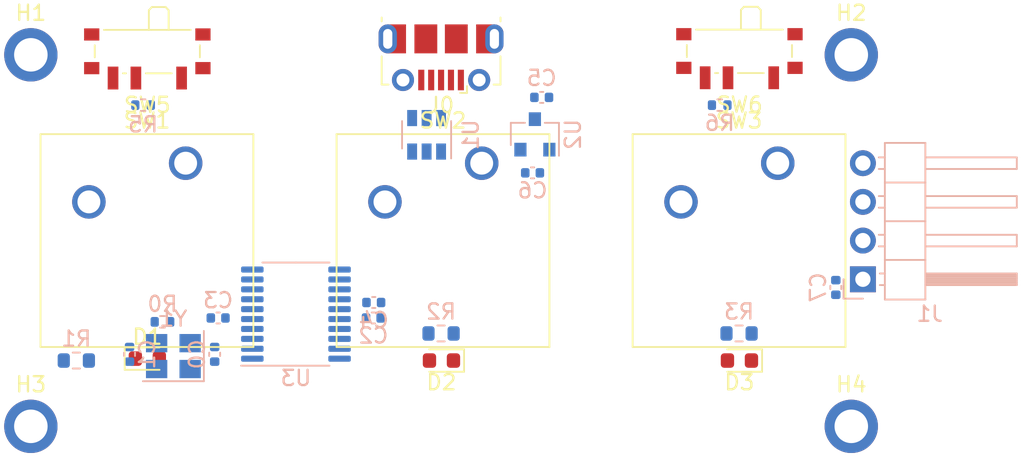
<source format=kicad_pcb>
(kicad_pcb (version 20171130) (host pcbnew "(5.1.9)-1")

  (general
    (thickness 1.6)
    (drawings 0)
    (tracks 0)
    (zones 0)
    (modules 32)
    (nets 27)
  )

  (page A4)
  (layers
    (0 F.Cu mixed)
    (31 B.Cu power)
    (32 B.Adhes user)
    (33 F.Adhes user)
    (34 B.Paste user)
    (35 F.Paste user)
    (36 B.SilkS user)
    (37 F.SilkS user)
    (38 B.Mask user)
    (39 F.Mask user)
    (40 Dwgs.User user)
    (41 Cmts.User user)
    (42 Eco1.User user)
    (43 Eco2.User user)
    (44 Edge.Cuts user)
    (45 Margin user)
    (46 B.CrtYd user)
    (47 F.CrtYd user)
    (48 B.Fab user hide)
    (49 F.Fab user hide)
  )

  (setup
    (last_trace_width 0.25)
    (trace_clearance 0.2)
    (zone_clearance 0.508)
    (zone_45_only no)
    (trace_min 0.2)
    (via_size 0.8)
    (via_drill 0.4)
    (via_min_size 0.5)
    (via_min_drill 0.3)
    (uvia_size 0.3)
    (uvia_drill 0.1)
    (uvias_allowed no)
    (uvia_min_size 0.2)
    (uvia_min_drill 0.1)
    (edge_width 0.05)
    (segment_width 0.2)
    (pcb_text_width 0.3)
    (pcb_text_size 1.5 1.5)
    (mod_edge_width 0.12)
    (mod_text_size 1 1)
    (mod_text_width 0.15)
    (pad_size 1.524 1.524)
    (pad_drill 0.762)
    (pad_to_mask_clearance 0)
    (aux_axis_origin 0 0)
    (visible_elements 7FFFFFFF)
    (pcbplotparams
      (layerselection 0x010fc_ffffffff)
      (usegerberextensions false)
      (usegerberattributes true)
      (usegerberadvancedattributes true)
      (creategerberjobfile true)
      (excludeedgelayer true)
      (linewidth 0.100000)
      (plotframeref false)
      (viasonmask false)
      (mode 1)
      (useauxorigin false)
      (hpglpennumber 1)
      (hpglpenspeed 20)
      (hpglpendiameter 15.000000)
      (psnegative false)
      (psa4output false)
      (plotreference true)
      (plotvalue true)
      (plotinvisibletext false)
      (padsonsilk false)
      (subtractmaskfromsilk false)
      (outputformat 1)
      (mirror false)
      (drillshape 1)
      (scaleselection 1)
      (outputdirectory ""))
  )

  (net 0 "")
  (net 1 GND)
  (net 2 +3V3)
  (net 3 SW_1)
  (net 4 SW_2)
  (net 5 SW_3)
  (net 6 OSC_IN)
  (net 7 +5V)
  (net 8 "Net-(D1-Pad1)")
  (net 9 LED_1)
  (net 10 LED_2)
  (net 11 "Net-(D2-Pad1)")
  (net 12 "Net-(D3-Pad1)")
  (net 13 LED_3)
  (net 14 "Net-(J0-Pad6)")
  (net 15 USB_CONN_D-)
  (net 16 USB_CONN_D+)
  (net 17 SWDIO)
  (net 18 SWCLK)
  (net 19 "Net-(R5-Pad2)")
  (net 20 SW_LAYOUT)
  (net 21 "Net-(R6-Pad2)")
  (net 22 SW_BACKLIGHT)
  (net 23 OSC_OUT)
  (net 24 USB_D-)
  (net 25 USB_D+)
  (net 26 "Net-(C1-Pad2)")

  (net_class Default "This is the default net class."
    (clearance 0.2)
    (trace_width 0.25)
    (via_dia 0.8)
    (via_drill 0.4)
    (uvia_dia 0.3)
    (uvia_drill 0.1)
    (add_net +3V3)
    (add_net +5V)
    (add_net GND)
    (add_net LED_1)
    (add_net LED_2)
    (add_net LED_3)
    (add_net "Net-(C1-Pad2)")
    (add_net "Net-(D1-Pad1)")
    (add_net "Net-(D2-Pad1)")
    (add_net "Net-(D3-Pad1)")
    (add_net "Net-(J0-Pad6)")
    (add_net "Net-(R5-Pad2)")
    (add_net "Net-(R6-Pad2)")
    (add_net "Net-(U3-Pad4)")
    (add_net "Net-(U3-Pad8)")
    (add_net OSC_IN)
    (add_net OSC_OUT)
    (add_net SWCLK)
    (add_net SWDIO)
    (add_net SW_1)
    (add_net SW_2)
    (add_net SW_3)
    (add_net SW_BACKLIGHT)
    (add_net SW_LAYOUT)
    (add_net USB_CONN_D+)
    (add_net USB_CONN_D-)
    (add_net USB_D+)
    (add_net USB_D-)
  )

  (module MountingHole:MountingHole_2.2mm_M2_ISO7380_Pad (layer F.Cu) (tedit 56D1B4CB) (tstamp 600ADCA2)
    (at 170.18 112.522)
    (descr "Mounting Hole 2.2mm, M2, ISO7380")
    (tags "mounting hole 2.2mm m2 iso7380")
    (path /6015BDD9)
    (attr virtual)
    (fp_text reference H4 (at 0 -2.75) (layer F.SilkS)
      (effects (font (size 1 1) (thickness 0.15)))
    )
    (fp_text value MountingHole_Pad (at 0 2.75) (layer F.Fab)
      (effects (font (size 1 1) (thickness 0.15)))
    )
    (fp_text user %R (at 0.3 0) (layer F.Fab)
      (effects (font (size 1 1) (thickness 0.15)))
    )
    (fp_circle (center 0 0) (end 1.75 0) (layer Cmts.User) (width 0.15))
    (fp_circle (center 0 0) (end 2 0) (layer F.CrtYd) (width 0.05))
    (pad 1 thru_hole circle (at 0 0) (size 3.5 3.5) (drill 2.2) (layers *.Cu *.Mask)
      (net 1 GND))
  )

  (module MountingHole:MountingHole_2.2mm_M2_ISO7380_Pad (layer F.Cu) (tedit 56D1B4CB) (tstamp 600AE0D6)
    (at 116.332 112.522)
    (descr "Mounting Hole 2.2mm, M2, ISO7380")
    (tags "mounting hole 2.2mm m2 iso7380")
    (path /6015BA51)
    (attr virtual)
    (fp_text reference H3 (at 0 -2.75) (layer F.SilkS)
      (effects (font (size 1 1) (thickness 0.15)))
    )
    (fp_text value MountingHole_Pad (at 0 2.75) (layer F.Fab)
      (effects (font (size 1 1) (thickness 0.15)))
    )
    (fp_text user %R (at 0.3 0) (layer F.Fab)
      (effects (font (size 1 1) (thickness 0.15)))
    )
    (fp_circle (center 0 0) (end 1.75 0) (layer Cmts.User) (width 0.15))
    (fp_circle (center 0 0) (end 2 0) (layer F.CrtYd) (width 0.05))
    (pad 1 thru_hole circle (at 0 0) (size 3.5 3.5) (drill 2.2) (layers *.Cu *.Mask)
      (net 1 GND))
  )

  (module MountingHole:MountingHole_2.2mm_M2_ISO7380_Pad (layer F.Cu) (tedit 56D1B4CB) (tstamp 600AE0A4)
    (at 170.18 88.138)
    (descr "Mounting Hole 2.2mm, M2, ISO7380")
    (tags "mounting hole 2.2mm m2 iso7380")
    (path /6015B489)
    (attr virtual)
    (fp_text reference H2 (at 0 -2.75) (layer F.SilkS)
      (effects (font (size 1 1) (thickness 0.15)))
    )
    (fp_text value MountingHole_Pad (at 0 2.75) (layer F.Fab)
      (effects (font (size 1 1) (thickness 0.15)))
    )
    (fp_text user %R (at 0.3 0) (layer F.Fab)
      (effects (font (size 1 1) (thickness 0.15)))
    )
    (fp_circle (center 0 0) (end 1.75 0) (layer Cmts.User) (width 0.15))
    (fp_circle (center 0 0) (end 2 0) (layer F.CrtYd) (width 0.05))
    (pad 1 thru_hole circle (at 0 0) (size 3.5 3.5) (drill 2.2) (layers *.Cu *.Mask)
      (net 1 GND))
  )

  (module MountingHole:MountingHole_2.2mm_M2_ISO7380_Pad (layer F.Cu) (tedit 56D1B4CB) (tstamp 600ADC8A)
    (at 116.332 88.138)
    (descr "Mounting Hole 2.2mm, M2, ISO7380")
    (tags "mounting hole 2.2mm m2 iso7380")
    (path /60158ED2)
    (attr virtual)
    (fp_text reference H1 (at 0 -2.75) (layer F.SilkS)
      (effects (font (size 1 1) (thickness 0.15)))
    )
    (fp_text value MountingHole_Pad (at 0 2.75) (layer F.Fab)
      (effects (font (size 1 1) (thickness 0.15)))
    )
    (fp_text user %R (at 0.3 0) (layer F.Fab)
      (effects (font (size 1 1) (thickness 0.15)))
    )
    (fp_circle (center 0 0) (end 1.75 0) (layer Cmts.User) (width 0.15))
    (fp_circle (center 0 0) (end 2 0) (layer F.CrtYd) (width 0.05))
    (pad 1 thru_hole circle (at 0 0) (size 3.5 3.5) (drill 2.2) (layers *.Cu *.Mask)
      (net 1 GND))
  )

  (module Capacitor_SMD:C_0402_1005Metric (layer B.Cu) (tedit 5F68FEEE) (tstamp 60093C85)
    (at 169.164 103.406 270)
    (descr "Capacitor SMD 0402 (1005 Metric), square (rectangular) end terminal, IPC_7351 nominal, (Body size source: IPC-SM-782 page 76, https://www.pcb-3d.com/wordpress/wp-content/uploads/ipc-sm-782a_amendment_1_and_2.pdf), generated with kicad-footprint-generator")
    (tags capacitor)
    (path /600C2115)
    (attr smd)
    (fp_text reference C7 (at 0 1.16 270) (layer B.SilkS)
      (effects (font (size 1 1) (thickness 0.15)) (justify mirror))
    )
    (fp_text value 100n (at 0 -1.16 270) (layer B.Fab)
      (effects (font (size 1 1) (thickness 0.15)) (justify mirror))
    )
    (fp_line (start -0.5 -0.25) (end -0.5 0.25) (layer B.Fab) (width 0.1))
    (fp_line (start -0.5 0.25) (end 0.5 0.25) (layer B.Fab) (width 0.1))
    (fp_line (start 0.5 0.25) (end 0.5 -0.25) (layer B.Fab) (width 0.1))
    (fp_line (start 0.5 -0.25) (end -0.5 -0.25) (layer B.Fab) (width 0.1))
    (fp_line (start -0.107836 0.36) (end 0.107836 0.36) (layer B.SilkS) (width 0.12))
    (fp_line (start -0.107836 -0.36) (end 0.107836 -0.36) (layer B.SilkS) (width 0.12))
    (fp_line (start -0.91 -0.46) (end -0.91 0.46) (layer B.CrtYd) (width 0.05))
    (fp_line (start -0.91 0.46) (end 0.91 0.46) (layer B.CrtYd) (width 0.05))
    (fp_line (start 0.91 0.46) (end 0.91 -0.46) (layer B.CrtYd) (width 0.05))
    (fp_line (start 0.91 -0.46) (end -0.91 -0.46) (layer B.CrtYd) (width 0.05))
    (fp_text user %R (at 0 0 270) (layer B.Fab)
      (effects (font (size 0.25 0.25) (thickness 0.04)) (justify mirror))
    )
    (pad 2 smd roundrect (at 0.48 0 270) (size 0.56 0.62) (layers B.Cu B.Paste B.Mask) (roundrect_rratio 0.25)
      (net 1 GND))
    (pad 1 smd roundrect (at -0.48 0 270) (size 0.56 0.62) (layers B.Cu B.Paste B.Mask) (roundrect_rratio 0.25)
      (net 2 +3V3))
    (model ${KISYS3DMOD}/Capacitor_SMD.3dshapes/C_0402_1005Metric.wrl
      (at (xyz 0 0 0))
      (scale (xyz 1 1 1))
      (rotate (xyz 0 0 0))
    )
  )

  (module Capacitor_SMD:C_0402_1005Metric (layer B.Cu) (tedit 5F68FEEE) (tstamp 600961A5)
    (at 138.811 105.41)
    (descr "Capacitor SMD 0402 (1005 Metric), square (rectangular) end terminal, IPC_7351 nominal, (Body size source: IPC-SM-782 page 76, https://www.pcb-3d.com/wordpress/wp-content/uploads/ipc-sm-782a_amendment_1_and_2.pdf), generated with kicad-footprint-generator")
    (tags capacitor)
    (path /5FF9BD70)
    (attr smd)
    (fp_text reference C2 (at 0 1.16) (layer B.SilkS)
      (effects (font (size 1 1) (thickness 0.15)) (justify mirror))
    )
    (fp_text value 100n (at 0 -1.16) (layer B.Fab)
      (effects (font (size 1 1) (thickness 0.15)) (justify mirror))
    )
    (fp_line (start -0.5 -0.25) (end -0.5 0.25) (layer B.Fab) (width 0.1))
    (fp_line (start -0.5 0.25) (end 0.5 0.25) (layer B.Fab) (width 0.1))
    (fp_line (start 0.5 0.25) (end 0.5 -0.25) (layer B.Fab) (width 0.1))
    (fp_line (start 0.5 -0.25) (end -0.5 -0.25) (layer B.Fab) (width 0.1))
    (fp_line (start -0.107836 0.36) (end 0.107836 0.36) (layer B.SilkS) (width 0.12))
    (fp_line (start -0.107836 -0.36) (end 0.107836 -0.36) (layer B.SilkS) (width 0.12))
    (fp_line (start -0.91 -0.46) (end -0.91 0.46) (layer B.CrtYd) (width 0.05))
    (fp_line (start -0.91 0.46) (end 0.91 0.46) (layer B.CrtYd) (width 0.05))
    (fp_line (start 0.91 0.46) (end 0.91 -0.46) (layer B.CrtYd) (width 0.05))
    (fp_line (start 0.91 -0.46) (end -0.91 -0.46) (layer B.CrtYd) (width 0.05))
    (fp_text user %R (at 0 0) (layer B.Fab)
      (effects (font (size 0.25 0.25) (thickness 0.04)) (justify mirror))
    )
    (pad 2 smd roundrect (at 0.48 0) (size 0.56 0.62) (layers B.Cu B.Paste B.Mask) (roundrect_rratio 0.25)
      (net 1 GND))
    (pad 1 smd roundrect (at -0.48 0) (size 0.56 0.62) (layers B.Cu B.Paste B.Mask) (roundrect_rratio 0.25)
      (net 2 +3V3))
    (model ${KISYS3DMOD}/Capacitor_SMD.3dshapes/C_0402_1005Metric.wrl
      (at (xyz 0 0 0))
      (scale (xyz 1 1 1))
      (rotate (xyz 0 0 0))
    )
  )

  (module Capacitor_SMD:C_0402_1005Metric (layer B.Cu) (tedit 5F68FEEE) (tstamp 60096175)
    (at 128.623 105.41 180)
    (descr "Capacitor SMD 0402 (1005 Metric), square (rectangular) end terminal, IPC_7351 nominal, (Body size source: IPC-SM-782 page 76, https://www.pcb-3d.com/wordpress/wp-content/uploads/ipc-sm-782a_amendment_1_and_2.pdf), generated with kicad-footprint-generator")
    (tags capacitor)
    (path /5FF9D075)
    (attr smd)
    (fp_text reference C3 (at 0 1.16) (layer B.SilkS)
      (effects (font (size 1 1) (thickness 0.15)) (justify mirror))
    )
    (fp_text value 100n (at 0 -1.16) (layer B.Fab)
      (effects (font (size 1 1) (thickness 0.15)) (justify mirror))
    )
    (fp_line (start 0.91 -0.46) (end -0.91 -0.46) (layer B.CrtYd) (width 0.05))
    (fp_line (start 0.91 0.46) (end 0.91 -0.46) (layer B.CrtYd) (width 0.05))
    (fp_line (start -0.91 0.46) (end 0.91 0.46) (layer B.CrtYd) (width 0.05))
    (fp_line (start -0.91 -0.46) (end -0.91 0.46) (layer B.CrtYd) (width 0.05))
    (fp_line (start -0.107836 -0.36) (end 0.107836 -0.36) (layer B.SilkS) (width 0.12))
    (fp_line (start -0.107836 0.36) (end 0.107836 0.36) (layer B.SilkS) (width 0.12))
    (fp_line (start 0.5 -0.25) (end -0.5 -0.25) (layer B.Fab) (width 0.1))
    (fp_line (start 0.5 0.25) (end 0.5 -0.25) (layer B.Fab) (width 0.1))
    (fp_line (start -0.5 0.25) (end 0.5 0.25) (layer B.Fab) (width 0.1))
    (fp_line (start -0.5 -0.25) (end -0.5 0.25) (layer B.Fab) (width 0.1))
    (fp_text user %R (at 0 0) (layer B.Fab)
      (effects (font (size 0.25 0.25) (thickness 0.04)) (justify mirror))
    )
    (pad 1 smd roundrect (at -0.48 0 180) (size 0.56 0.62) (layers B.Cu B.Paste B.Mask) (roundrect_rratio 0.25)
      (net 2 +3V3))
    (pad 2 smd roundrect (at 0.48 0 180) (size 0.56 0.62) (layers B.Cu B.Paste B.Mask) (roundrect_rratio 0.25)
      (net 1 GND))
    (model ${KISYS3DMOD}/Capacitor_SMD.3dshapes/C_0402_1005Metric.wrl
      (at (xyz 0 0 0))
      (scale (xyz 1 1 1))
      (rotate (xyz 0 0 0))
    )
  )

  (module Capacitor_SMD:C_0402_1005Metric (layer B.Cu) (tedit 5F68FEEE) (tstamp 60096205)
    (at 138.839 104.394)
    (descr "Capacitor SMD 0402 (1005 Metric), square (rectangular) end terminal, IPC_7351 nominal, (Body size source: IPC-SM-782 page 76, https://www.pcb-3d.com/wordpress/wp-content/uploads/ipc-sm-782a_amendment_1_and_2.pdf), generated with kicad-footprint-generator")
    (tags capacitor)
    (path /5FF9E127)
    (attr smd)
    (fp_text reference C4 (at 0 1.16) (layer B.SilkS)
      (effects (font (size 1 1) (thickness 0.15)) (justify mirror))
    )
    (fp_text value 4.7u (at 0 -1.16) (layer B.Fab)
      (effects (font (size 1 1) (thickness 0.15)) (justify mirror))
    )
    (fp_line (start -0.5 -0.25) (end -0.5 0.25) (layer B.Fab) (width 0.1))
    (fp_line (start -0.5 0.25) (end 0.5 0.25) (layer B.Fab) (width 0.1))
    (fp_line (start 0.5 0.25) (end 0.5 -0.25) (layer B.Fab) (width 0.1))
    (fp_line (start 0.5 -0.25) (end -0.5 -0.25) (layer B.Fab) (width 0.1))
    (fp_line (start -0.107836 0.36) (end 0.107836 0.36) (layer B.SilkS) (width 0.12))
    (fp_line (start -0.107836 -0.36) (end 0.107836 -0.36) (layer B.SilkS) (width 0.12))
    (fp_line (start -0.91 -0.46) (end -0.91 0.46) (layer B.CrtYd) (width 0.05))
    (fp_line (start -0.91 0.46) (end 0.91 0.46) (layer B.CrtYd) (width 0.05))
    (fp_line (start 0.91 0.46) (end 0.91 -0.46) (layer B.CrtYd) (width 0.05))
    (fp_line (start 0.91 -0.46) (end -0.91 -0.46) (layer B.CrtYd) (width 0.05))
    (fp_text user %R (at 0 0) (layer B.Fab)
      (effects (font (size 0.25 0.25) (thickness 0.04)) (justify mirror))
    )
    (pad 2 smd roundrect (at 0.48 0) (size 0.56 0.62) (layers B.Cu B.Paste B.Mask) (roundrect_rratio 0.25)
      (net 1 GND))
    (pad 1 smd roundrect (at -0.48 0) (size 0.56 0.62) (layers B.Cu B.Paste B.Mask) (roundrect_rratio 0.25)
      (net 2 +3V3))
    (model ${KISYS3DMOD}/Capacitor_SMD.3dshapes/C_0402_1005Metric.wrl
      (at (xyz 0 0 0))
      (scale (xyz 1 1 1))
      (rotate (xyz 0 0 0))
    )
  )

  (module Capacitor_SMD:C_0402_1005Metric (layer B.Cu) (tedit 5F68FEEE) (tstamp 600961D5)
    (at 122.809 107.795 90)
    (descr "Capacitor SMD 0402 (1005 Metric), square (rectangular) end terminal, IPC_7351 nominal, (Body size source: IPC-SM-782 page 76, https://www.pcb-3d.com/wordpress/wp-content/uploads/ipc-sm-782a_amendment_1_and_2.pdf), generated with kicad-footprint-generator")
    (tags capacitor)
    (path /5FFE79A1)
    (attr smd)
    (fp_text reference C1 (at 0 1.16 270) (layer B.SilkS)
      (effects (font (size 1 1) (thickness 0.15)) (justify mirror))
    )
    (fp_text value 12p (at 0 -1.16 270) (layer B.Fab)
      (effects (font (size 1 1) (thickness 0.15)) (justify mirror))
    )
    (fp_line (start 0.91 -0.46) (end -0.91 -0.46) (layer B.CrtYd) (width 0.05))
    (fp_line (start 0.91 0.46) (end 0.91 -0.46) (layer B.CrtYd) (width 0.05))
    (fp_line (start -0.91 0.46) (end 0.91 0.46) (layer B.CrtYd) (width 0.05))
    (fp_line (start -0.91 -0.46) (end -0.91 0.46) (layer B.CrtYd) (width 0.05))
    (fp_line (start -0.107836 -0.36) (end 0.107836 -0.36) (layer B.SilkS) (width 0.12))
    (fp_line (start -0.107836 0.36) (end 0.107836 0.36) (layer B.SilkS) (width 0.12))
    (fp_line (start 0.5 -0.25) (end -0.5 -0.25) (layer B.Fab) (width 0.1))
    (fp_line (start 0.5 0.25) (end 0.5 -0.25) (layer B.Fab) (width 0.1))
    (fp_line (start -0.5 0.25) (end 0.5 0.25) (layer B.Fab) (width 0.1))
    (fp_line (start -0.5 -0.25) (end -0.5 0.25) (layer B.Fab) (width 0.1))
    (fp_text user %R (at 0 0 270) (layer B.Fab)
      (effects (font (size 0.25 0.25) (thickness 0.04)) (justify mirror))
    )
    (pad 1 smd roundrect (at -0.48 0 90) (size 0.56 0.62) (layers B.Cu B.Paste B.Mask) (roundrect_rratio 0.25)
      (net 1 GND))
    (pad 2 smd roundrect (at 0.48 0 90) (size 0.56 0.62) (layers B.Cu B.Paste B.Mask) (roundrect_rratio 0.25)
      (net 26 "Net-(C1-Pad2)"))
    (model ${KISYS3DMOD}/Capacitor_SMD.3dshapes/C_0402_1005Metric.wrl
      (at (xyz 0 0 0))
      (scale (xyz 1 1 1))
      (rotate (xyz 0 0 0))
    )
  )

  (module Capacitor_SMD:C_0402_1005Metric (layer B.Cu) (tedit 5F68FEEE) (tstamp 6008ECDC)
    (at 128.397 107.795 270)
    (descr "Capacitor SMD 0402 (1005 Metric), square (rectangular) end terminal, IPC_7351 nominal, (Body size source: IPC-SM-782 page 76, https://www.pcb-3d.com/wordpress/wp-content/uploads/ipc-sm-782a_amendment_1_and_2.pdf), generated with kicad-footprint-generator")
    (tags capacitor)
    (path /6000E4D6)
    (attr smd)
    (fp_text reference C0 (at 0 1.16 270) (layer B.SilkS)
      (effects (font (size 1 1) (thickness 0.15)) (justify mirror))
    )
    (fp_text value 12p (at 0 -1.16 270) (layer B.Fab)
      (effects (font (size 1 1) (thickness 0.15)) (justify mirror))
    )
    (fp_line (start 0.91 -0.46) (end -0.91 -0.46) (layer B.CrtYd) (width 0.05))
    (fp_line (start 0.91 0.46) (end 0.91 -0.46) (layer B.CrtYd) (width 0.05))
    (fp_line (start -0.91 0.46) (end 0.91 0.46) (layer B.CrtYd) (width 0.05))
    (fp_line (start -0.91 -0.46) (end -0.91 0.46) (layer B.CrtYd) (width 0.05))
    (fp_line (start -0.107836 -0.36) (end 0.107836 -0.36) (layer B.SilkS) (width 0.12))
    (fp_line (start -0.107836 0.36) (end 0.107836 0.36) (layer B.SilkS) (width 0.12))
    (fp_line (start 0.5 -0.25) (end -0.5 -0.25) (layer B.Fab) (width 0.1))
    (fp_line (start 0.5 0.25) (end 0.5 -0.25) (layer B.Fab) (width 0.1))
    (fp_line (start -0.5 0.25) (end 0.5 0.25) (layer B.Fab) (width 0.1))
    (fp_line (start -0.5 -0.25) (end -0.5 0.25) (layer B.Fab) (width 0.1))
    (fp_text user %R (at 0 0 270) (layer B.Fab)
      (effects (font (size 0.25 0.25) (thickness 0.04)) (justify mirror))
    )
    (pad 1 smd roundrect (at -0.48 0 270) (size 0.56 0.62) (layers B.Cu B.Paste B.Mask) (roundrect_rratio 0.25)
      (net 1 GND))
    (pad 2 smd roundrect (at 0.48 0 270) (size 0.56 0.62) (layers B.Cu B.Paste B.Mask) (roundrect_rratio 0.25)
      (net 6 OSC_IN))
    (model ${KISYS3DMOD}/Capacitor_SMD.3dshapes/C_0402_1005Metric.wrl
      (at (xyz 0 0 0))
      (scale (xyz 1 1 1))
      (rotate (xyz 0 0 0))
    )
  )

  (module Capacitor_SMD:C_0402_1005Metric (layer B.Cu) (tedit 5F68FEEE) (tstamp 600A6EA3)
    (at 149.86 90.932)
    (descr "Capacitor SMD 0402 (1005 Metric), square (rectangular) end terminal, IPC_7351 nominal, (Body size source: IPC-SM-782 page 76, https://www.pcb-3d.com/wordpress/wp-content/uploads/ipc-sm-782a_amendment_1_and_2.pdf), generated with kicad-footprint-generator")
    (tags capacitor)
    (path /60114EAE)
    (attr smd)
    (fp_text reference C5 (at 0 -1.27) (layer B.SilkS)
      (effects (font (size 1 1) (thickness 0.15)) (justify mirror))
    )
    (fp_text value 1u (at 0 -1.16) (layer B.Fab)
      (effects (font (size 1 1) (thickness 0.15)) (justify mirror))
    )
    (fp_line (start -0.5 -0.25) (end -0.5 0.25) (layer B.Fab) (width 0.1))
    (fp_line (start -0.5 0.25) (end 0.5 0.25) (layer B.Fab) (width 0.1))
    (fp_line (start 0.5 0.25) (end 0.5 -0.25) (layer B.Fab) (width 0.1))
    (fp_line (start 0.5 -0.25) (end -0.5 -0.25) (layer B.Fab) (width 0.1))
    (fp_line (start -0.107836 0.36) (end 0.107836 0.36) (layer B.SilkS) (width 0.12))
    (fp_line (start -0.107836 -0.36) (end 0.107836 -0.36) (layer B.SilkS) (width 0.12))
    (fp_line (start -0.91 -0.46) (end -0.91 0.46) (layer B.CrtYd) (width 0.05))
    (fp_line (start -0.91 0.46) (end 0.91 0.46) (layer B.CrtYd) (width 0.05))
    (fp_line (start 0.91 0.46) (end 0.91 -0.46) (layer B.CrtYd) (width 0.05))
    (fp_line (start 0.91 -0.46) (end -0.91 -0.46) (layer B.CrtYd) (width 0.05))
    (fp_text user %R (at 0 0) (layer B.Fab)
      (effects (font (size 0.25 0.25) (thickness 0.04)) (justify mirror))
    )
    (pad 2 smd roundrect (at 0.48 0) (size 0.56 0.62) (layers B.Cu B.Paste B.Mask) (roundrect_rratio 0.25)
      (net 1 GND))
    (pad 1 smd roundrect (at -0.48 0) (size 0.56 0.62) (layers B.Cu B.Paste B.Mask) (roundrect_rratio 0.25)
      (net 7 +5V))
    (model ${KISYS3DMOD}/Capacitor_SMD.3dshapes/C_0402_1005Metric.wrl
      (at (xyz 0 0 0))
      (scale (xyz 1 1 1))
      (rotate (xyz 0 0 0))
    )
  )

  (module Capacitor_SMD:C_0402_1005Metric (layer B.Cu) (tedit 5F68FEEE) (tstamp 600A6E73)
    (at 149.2605 95.885)
    (descr "Capacitor SMD 0402 (1005 Metric), square (rectangular) end terminal, IPC_7351 nominal, (Body size source: IPC-SM-782 page 76, https://www.pcb-3d.com/wordpress/wp-content/uploads/ipc-sm-782a_amendment_1_and_2.pdf), generated with kicad-footprint-generator")
    (tags capacitor)
    (path /6011562F)
    (attr smd)
    (fp_text reference C6 (at 0 1.16) (layer B.SilkS)
      (effects (font (size 1 1) (thickness 0.15)) (justify mirror))
    )
    (fp_text value 1u (at 0 -1.16) (layer B.Fab)
      (effects (font (size 1 1) (thickness 0.15)) (justify mirror))
    )
    (fp_line (start 0.91 -0.46) (end -0.91 -0.46) (layer B.CrtYd) (width 0.05))
    (fp_line (start 0.91 0.46) (end 0.91 -0.46) (layer B.CrtYd) (width 0.05))
    (fp_line (start -0.91 0.46) (end 0.91 0.46) (layer B.CrtYd) (width 0.05))
    (fp_line (start -0.91 -0.46) (end -0.91 0.46) (layer B.CrtYd) (width 0.05))
    (fp_line (start -0.107836 -0.36) (end 0.107836 -0.36) (layer B.SilkS) (width 0.12))
    (fp_line (start -0.107836 0.36) (end 0.107836 0.36) (layer B.SilkS) (width 0.12))
    (fp_line (start 0.5 -0.25) (end -0.5 -0.25) (layer B.Fab) (width 0.1))
    (fp_line (start 0.5 0.25) (end 0.5 -0.25) (layer B.Fab) (width 0.1))
    (fp_line (start -0.5 0.25) (end 0.5 0.25) (layer B.Fab) (width 0.1))
    (fp_line (start -0.5 -0.25) (end -0.5 0.25) (layer B.Fab) (width 0.1))
    (fp_text user %R (at 0 0) (layer B.Fab)
      (effects (font (size 0.25 0.25) (thickness 0.04)) (justify mirror))
    )
    (pad 1 smd roundrect (at -0.48 0) (size 0.56 0.62) (layers B.Cu B.Paste B.Mask) (roundrect_rratio 0.25)
      (net 2 +3V3))
    (pad 2 smd roundrect (at 0.48 0) (size 0.56 0.62) (layers B.Cu B.Paste B.Mask) (roundrect_rratio 0.25)
      (net 1 GND))
    (model ${KISYS3DMOD}/Capacitor_SMD.3dshapes/C_0402_1005Metric.wrl
      (at (xyz 0 0 0))
      (scale (xyz 1 1 1))
      (rotate (xyz 0 0 0))
    )
  )

  (module LED_SMD:LED_0603_1608Metric (layer F.Cu) (tedit 5F68FEF1) (tstamp 6008ED11)
    (at 123.9775 108.077)
    (descr "LED SMD 0603 (1608 Metric), square (rectangular) end terminal, IPC_7351 nominal, (Body size source: http://www.tortai-tech.com/upload/download/2011102023233369053.pdf), generated with kicad-footprint-generator")
    (tags LED)
    (path /600962B3)
    (attr smd)
    (fp_text reference D1 (at 0 -1.43) (layer F.SilkS)
      (effects (font (size 1 1) (thickness 0.15)))
    )
    (fp_text value BLUE (at 0 1.43) (layer F.Fab)
      (effects (font (size 1 1) (thickness 0.15)))
    )
    (fp_line (start 1.48 0.73) (end -1.48 0.73) (layer F.CrtYd) (width 0.05))
    (fp_line (start 1.48 -0.73) (end 1.48 0.73) (layer F.CrtYd) (width 0.05))
    (fp_line (start -1.48 -0.73) (end 1.48 -0.73) (layer F.CrtYd) (width 0.05))
    (fp_line (start -1.48 0.73) (end -1.48 -0.73) (layer F.CrtYd) (width 0.05))
    (fp_line (start -1.485 0.735) (end 0.8 0.735) (layer F.SilkS) (width 0.12))
    (fp_line (start -1.485 -0.735) (end -1.485 0.735) (layer F.SilkS) (width 0.12))
    (fp_line (start 0.8 -0.735) (end -1.485 -0.735) (layer F.SilkS) (width 0.12))
    (fp_line (start 0.8 0.4) (end 0.8 -0.4) (layer F.Fab) (width 0.1))
    (fp_line (start -0.8 0.4) (end 0.8 0.4) (layer F.Fab) (width 0.1))
    (fp_line (start -0.8 -0.1) (end -0.8 0.4) (layer F.Fab) (width 0.1))
    (fp_line (start -0.5 -0.4) (end -0.8 -0.1) (layer F.Fab) (width 0.1))
    (fp_line (start 0.8 -0.4) (end -0.5 -0.4) (layer F.Fab) (width 0.1))
    (fp_text user %R (at 0 0) (layer F.Fab)
      (effects (font (size 0.4 0.4) (thickness 0.06)))
    )
    (pad 1 smd roundrect (at -0.7875 0) (size 0.875 0.95) (layers F.Cu F.Paste F.Mask) (roundrect_rratio 0.25)
      (net 8 "Net-(D1-Pad1)"))
    (pad 2 smd roundrect (at 0.7875 0) (size 0.875 0.95) (layers F.Cu F.Paste F.Mask) (roundrect_rratio 0.25)
      (net 9 LED_1))
    (model ${KISYS3DMOD}/LED_SMD.3dshapes/LED_0603_1608Metric.wrl
      (at (xyz 0 0 0))
      (scale (xyz 1 1 1))
      (rotate (xyz 0 0 0))
    )
  )

  (module LED_SMD:LED_0603_1608Metric (layer F.Cu) (tedit 5F68FEF1) (tstamp 6008ED24)
    (at 143.2815 108.204 180)
    (descr "LED SMD 0603 (1608 Metric), square (rectangular) end terminal, IPC_7351 nominal, (Body size source: http://www.tortai-tech.com/upload/download/2011102023233369053.pdf), generated with kicad-footprint-generator")
    (tags LED)
    (path /600AA3DB)
    (attr smd)
    (fp_text reference D2 (at 0 -1.43) (layer F.SilkS)
      (effects (font (size 1 1) (thickness 0.15)))
    )
    (fp_text value BLUE (at 0 1.43) (layer F.Fab)
      (effects (font (size 1 1) (thickness 0.15)))
    )
    (fp_line (start 0.8 -0.4) (end -0.5 -0.4) (layer F.Fab) (width 0.1))
    (fp_line (start -0.5 -0.4) (end -0.8 -0.1) (layer F.Fab) (width 0.1))
    (fp_line (start -0.8 -0.1) (end -0.8 0.4) (layer F.Fab) (width 0.1))
    (fp_line (start -0.8 0.4) (end 0.8 0.4) (layer F.Fab) (width 0.1))
    (fp_line (start 0.8 0.4) (end 0.8 -0.4) (layer F.Fab) (width 0.1))
    (fp_line (start 0.8 -0.735) (end -1.485 -0.735) (layer F.SilkS) (width 0.12))
    (fp_line (start -1.485 -0.735) (end -1.485 0.735) (layer F.SilkS) (width 0.12))
    (fp_line (start -1.485 0.735) (end 0.8 0.735) (layer F.SilkS) (width 0.12))
    (fp_line (start -1.48 0.73) (end -1.48 -0.73) (layer F.CrtYd) (width 0.05))
    (fp_line (start -1.48 -0.73) (end 1.48 -0.73) (layer F.CrtYd) (width 0.05))
    (fp_line (start 1.48 -0.73) (end 1.48 0.73) (layer F.CrtYd) (width 0.05))
    (fp_line (start 1.48 0.73) (end -1.48 0.73) (layer F.CrtYd) (width 0.05))
    (fp_text user %R (at 0 0) (layer F.Fab)
      (effects (font (size 0.4 0.4) (thickness 0.06)))
    )
    (pad 2 smd roundrect (at 0.7875 0 180) (size 0.875 0.95) (layers F.Cu F.Paste F.Mask) (roundrect_rratio 0.25)
      (net 10 LED_2))
    (pad 1 smd roundrect (at -0.7875 0 180) (size 0.875 0.95) (layers F.Cu F.Paste F.Mask) (roundrect_rratio 0.25)
      (net 11 "Net-(D2-Pad1)"))
    (model ${KISYS3DMOD}/LED_SMD.3dshapes/LED_0603_1608Metric.wrl
      (at (xyz 0 0 0))
      (scale (xyz 1 1 1))
      (rotate (xyz 0 0 0))
    )
  )

  (module LED_SMD:LED_0603_1608Metric (layer F.Cu) (tedit 5F68FEF1) (tstamp 6008ED37)
    (at 162.8395 108.204 180)
    (descr "LED SMD 0603 (1608 Metric), square (rectangular) end terminal, IPC_7351 nominal, (Body size source: http://www.tortai-tech.com/upload/download/2011102023233369053.pdf), generated with kicad-footprint-generator")
    (tags LED)
    (path /600AC5B3)
    (attr smd)
    (fp_text reference D3 (at 0 -1.43) (layer F.SilkS)
      (effects (font (size 1 1) (thickness 0.15)))
    )
    (fp_text value BLUE (at 0 1.43) (layer F.Fab)
      (effects (font (size 1 1) (thickness 0.15)))
    )
    (fp_line (start 1.48 0.73) (end -1.48 0.73) (layer F.CrtYd) (width 0.05))
    (fp_line (start 1.48 -0.73) (end 1.48 0.73) (layer F.CrtYd) (width 0.05))
    (fp_line (start -1.48 -0.73) (end 1.48 -0.73) (layer F.CrtYd) (width 0.05))
    (fp_line (start -1.48 0.73) (end -1.48 -0.73) (layer F.CrtYd) (width 0.05))
    (fp_line (start -1.485 0.735) (end 0.8 0.735) (layer F.SilkS) (width 0.12))
    (fp_line (start -1.485 -0.735) (end -1.485 0.735) (layer F.SilkS) (width 0.12))
    (fp_line (start 0.8 -0.735) (end -1.485 -0.735) (layer F.SilkS) (width 0.12))
    (fp_line (start 0.8 0.4) (end 0.8 -0.4) (layer F.Fab) (width 0.1))
    (fp_line (start -0.8 0.4) (end 0.8 0.4) (layer F.Fab) (width 0.1))
    (fp_line (start -0.8 -0.1) (end -0.8 0.4) (layer F.Fab) (width 0.1))
    (fp_line (start -0.5 -0.4) (end -0.8 -0.1) (layer F.Fab) (width 0.1))
    (fp_line (start 0.8 -0.4) (end -0.5 -0.4) (layer F.Fab) (width 0.1))
    (fp_text user %R (at 0 0) (layer F.Fab)
      (effects (font (size 0.4 0.4) (thickness 0.06)))
    )
    (pad 1 smd roundrect (at -0.7875 0 180) (size 0.875 0.95) (layers F.Cu F.Paste F.Mask) (roundrect_rratio 0.25)
      (net 12 "Net-(D3-Pad1)"))
    (pad 2 smd roundrect (at 0.7875 0 180) (size 0.875 0.95) (layers F.Cu F.Paste F.Mask) (roundrect_rratio 0.25)
      (net 13 LED_3))
    (model ${KISYS3DMOD}/LED_SMD.3dshapes/LED_0603_1608Metric.wrl
      (at (xyz 0 0 0))
      (scale (xyz 1 1 1))
      (rotate (xyz 0 0 0))
    )
  )

  (module Connector_USB:USB_Micro-B_Molex-105017-0001 (layer F.Cu) (tedit 5A1DC0BE) (tstamp 6008ED60)
    (at 143.256 88.3285 180)
    (descr http://www.molex.com/pdm_docs/sd/1050170001_sd.pdf)
    (tags "Micro-USB SMD Typ-B")
    (path /6001BB49)
    (attr smd)
    (fp_text reference J0 (at 0 -3.1125) (layer F.SilkS)
      (effects (font (size 1 1) (thickness 0.15)))
    )
    (fp_text value USB (at 0.3 4.3375) (layer F.Fab)
      (effects (font (size 1 1) (thickness 0.15)))
    )
    (fp_line (start -1.1 -2.1225) (end -1.1 -1.9125) (layer F.Fab) (width 0.1))
    (fp_line (start -1.5 -2.1225) (end -1.5 -1.9125) (layer F.Fab) (width 0.1))
    (fp_line (start -1.5 -2.1225) (end -1.1 -2.1225) (layer F.Fab) (width 0.1))
    (fp_line (start -1.1 -1.9125) (end -1.3 -1.7125) (layer F.Fab) (width 0.1))
    (fp_line (start -1.3 -1.7125) (end -1.5 -1.9125) (layer F.Fab) (width 0.1))
    (fp_line (start -1.7 -2.3125) (end -1.7 -1.8625) (layer F.SilkS) (width 0.12))
    (fp_line (start -1.7 -2.3125) (end -1.25 -2.3125) (layer F.SilkS) (width 0.12))
    (fp_line (start 3.9 -1.7625) (end 3.45 -1.7625) (layer F.SilkS) (width 0.12))
    (fp_line (start 3.9 0.0875) (end 3.9 -1.7625) (layer F.SilkS) (width 0.12))
    (fp_line (start -3.9 2.6375) (end -3.9 2.3875) (layer F.SilkS) (width 0.12))
    (fp_line (start -3.75 3.3875) (end -3.75 -1.6125) (layer F.Fab) (width 0.1))
    (fp_line (start -3.75 -1.6125) (end 3.75 -1.6125) (layer F.Fab) (width 0.1))
    (fp_line (start -3.75 3.389204) (end 3.75 3.389204) (layer F.Fab) (width 0.1))
    (fp_line (start -3 2.689204) (end 3 2.689204) (layer F.Fab) (width 0.1))
    (fp_line (start 3.75 3.3875) (end 3.75 -1.6125) (layer F.Fab) (width 0.1))
    (fp_line (start 3.9 2.6375) (end 3.9 2.3875) (layer F.SilkS) (width 0.12))
    (fp_line (start -3.9 0.0875) (end -3.9 -1.7625) (layer F.SilkS) (width 0.12))
    (fp_line (start -3.9 -1.7625) (end -3.45 -1.7625) (layer F.SilkS) (width 0.12))
    (fp_line (start -4.4 3.64) (end -4.4 -2.46) (layer F.CrtYd) (width 0.05))
    (fp_line (start -4.4 -2.46) (end 4.4 -2.46) (layer F.CrtYd) (width 0.05))
    (fp_line (start 4.4 -2.46) (end 4.4 3.64) (layer F.CrtYd) (width 0.05))
    (fp_line (start -4.4 3.64) (end 4.4 3.64) (layer F.CrtYd) (width 0.05))
    (fp_text user "PCB Edge" (at 0 2.6875) (layer Dwgs.User)
      (effects (font (size 0.5 0.5) (thickness 0.08)))
    )
    (fp_text user %R (at 0 0.8875) (layer F.Fab)
      (effects (font (size 1 1) (thickness 0.15)))
    )
    (pad 6 smd rect (at 1 1.2375 180) (size 1.5 1.9) (layers F.Cu F.Paste F.Mask)
      (net 14 "Net-(J0-Pad6)"))
    (pad 6 thru_hole circle (at -2.5 -1.4625 180) (size 1.45 1.45) (drill 0.85) (layers *.Cu *.Mask)
      (net 14 "Net-(J0-Pad6)"))
    (pad 2 smd rect (at -0.65 -1.4625 180) (size 0.4 1.35) (layers F.Cu F.Paste F.Mask)
      (net 15 USB_CONN_D-))
    (pad 1 smd rect (at -1.3 -1.4625 180) (size 0.4 1.35) (layers F.Cu F.Paste F.Mask)
      (net 7 +5V))
    (pad 5 smd rect (at 1.3 -1.4625 180) (size 0.4 1.35) (layers F.Cu F.Paste F.Mask)
      (net 1 GND))
    (pad 4 smd rect (at 0.65 -1.4625 180) (size 0.4 1.35) (layers F.Cu F.Paste F.Mask)
      (net 1 GND))
    (pad 3 smd rect (at 0 -1.4625 180) (size 0.4 1.35) (layers F.Cu F.Paste F.Mask)
      (net 16 USB_CONN_D+))
    (pad 6 thru_hole circle (at 2.5 -1.4625 180) (size 1.45 1.45) (drill 0.85) (layers *.Cu *.Mask)
      (net 14 "Net-(J0-Pad6)"))
    (pad 6 smd rect (at -1 1.2375 180) (size 1.5 1.9) (layers F.Cu F.Paste F.Mask)
      (net 14 "Net-(J0-Pad6)"))
    (pad 6 thru_hole oval (at -3.5 1.2375) (size 1.2 1.9) (drill oval 0.6 1.3) (layers *.Cu *.Mask)
      (net 14 "Net-(J0-Pad6)"))
    (pad 6 thru_hole oval (at 3.5 1.2375 180) (size 1.2 1.9) (drill oval 0.6 1.3) (layers *.Cu *.Mask)
      (net 14 "Net-(J0-Pad6)"))
    (pad 6 smd rect (at 2.9 1.2375 180) (size 1.2 1.9) (layers F.Cu F.Mask)
      (net 14 "Net-(J0-Pad6)"))
    (pad 6 smd rect (at -2.9 1.2375 180) (size 1.2 1.9) (layers F.Cu F.Mask)
      (net 14 "Net-(J0-Pad6)"))
    (model ${KISYS3DMOD}/Connector_USB.3dshapes/USB_Micro-B_Molex-105017-0001.wrl
      (at (xyz 0 0 0))
      (scale (xyz 1 1 1))
      (rotate (xyz 0 0 0))
    )
  )

  (module Connector_PinHeader_2.54mm:PinHeader_1x04_P2.54mm_Horizontal (layer B.Cu) (tedit 59FED5CB) (tstamp 6008EDAD)
    (at 170.942 102.87)
    (descr "Through hole angled pin header, 1x04, 2.54mm pitch, 6mm pin length, single row")
    (tags "Through hole angled pin header THT 1x04 2.54mm single row")
    (path /5FFC7CBC)
    (fp_text reference J1 (at 4.385 2.27) (layer B.SilkS)
      (effects (font (size 1 1) (thickness 0.15)) (justify mirror))
    )
    (fp_text value DEBUG_SWD (at 4.385 -9.89) (layer B.Fab)
      (effects (font (size 1 1) (thickness 0.15)) (justify mirror))
    )
    (fp_line (start 10.55 1.8) (end -1.8 1.8) (layer B.CrtYd) (width 0.05))
    (fp_line (start 10.55 -9.4) (end 10.55 1.8) (layer B.CrtYd) (width 0.05))
    (fp_line (start -1.8 -9.4) (end 10.55 -9.4) (layer B.CrtYd) (width 0.05))
    (fp_line (start -1.8 1.8) (end -1.8 -9.4) (layer B.CrtYd) (width 0.05))
    (fp_line (start -1.27 1.27) (end 0 1.27) (layer B.SilkS) (width 0.12))
    (fp_line (start -1.27 0) (end -1.27 1.27) (layer B.SilkS) (width 0.12))
    (fp_line (start 1.042929 -8) (end 1.44 -8) (layer B.SilkS) (width 0.12))
    (fp_line (start 1.042929 -7.24) (end 1.44 -7.24) (layer B.SilkS) (width 0.12))
    (fp_line (start 10.1 -8) (end 4.1 -8) (layer B.SilkS) (width 0.12))
    (fp_line (start 10.1 -7.24) (end 10.1 -8) (layer B.SilkS) (width 0.12))
    (fp_line (start 4.1 -7.24) (end 10.1 -7.24) (layer B.SilkS) (width 0.12))
    (fp_line (start 1.44 -6.35) (end 4.1 -6.35) (layer B.SilkS) (width 0.12))
    (fp_line (start 1.042929 -5.46) (end 1.44 -5.46) (layer B.SilkS) (width 0.12))
    (fp_line (start 1.042929 -4.7) (end 1.44 -4.7) (layer B.SilkS) (width 0.12))
    (fp_line (start 10.1 -5.46) (end 4.1 -5.46) (layer B.SilkS) (width 0.12))
    (fp_line (start 10.1 -4.7) (end 10.1 -5.46) (layer B.SilkS) (width 0.12))
    (fp_line (start 4.1 -4.7) (end 10.1 -4.7) (layer B.SilkS) (width 0.12))
    (fp_line (start 1.44 -3.81) (end 4.1 -3.81) (layer B.SilkS) (width 0.12))
    (fp_line (start 1.042929 -2.92) (end 1.44 -2.92) (layer B.SilkS) (width 0.12))
    (fp_line (start 1.042929 -2.16) (end 1.44 -2.16) (layer B.SilkS) (width 0.12))
    (fp_line (start 10.1 -2.92) (end 4.1 -2.92) (layer B.SilkS) (width 0.12))
    (fp_line (start 10.1 -2.16) (end 10.1 -2.92) (layer B.SilkS) (width 0.12))
    (fp_line (start 4.1 -2.16) (end 10.1 -2.16) (layer B.SilkS) (width 0.12))
    (fp_line (start 1.44 -1.27) (end 4.1 -1.27) (layer B.SilkS) (width 0.12))
    (fp_line (start 1.11 -0.38) (end 1.44 -0.38) (layer B.SilkS) (width 0.12))
    (fp_line (start 1.11 0.38) (end 1.44 0.38) (layer B.SilkS) (width 0.12))
    (fp_line (start 4.1 -0.28) (end 10.1 -0.28) (layer B.SilkS) (width 0.12))
    (fp_line (start 4.1 -0.16) (end 10.1 -0.16) (layer B.SilkS) (width 0.12))
    (fp_line (start 4.1 -0.04) (end 10.1 -0.04) (layer B.SilkS) (width 0.12))
    (fp_line (start 4.1 0.08) (end 10.1 0.08) (layer B.SilkS) (width 0.12))
    (fp_line (start 4.1 0.2) (end 10.1 0.2) (layer B.SilkS) (width 0.12))
    (fp_line (start 4.1 0.32) (end 10.1 0.32) (layer B.SilkS) (width 0.12))
    (fp_line (start 10.1 -0.38) (end 4.1 -0.38) (layer B.SilkS) (width 0.12))
    (fp_line (start 10.1 0.38) (end 10.1 -0.38) (layer B.SilkS) (width 0.12))
    (fp_line (start 4.1 0.38) (end 10.1 0.38) (layer B.SilkS) (width 0.12))
    (fp_line (start 4.1 1.33) (end 1.44 1.33) (layer B.SilkS) (width 0.12))
    (fp_line (start 4.1 -8.95) (end 4.1 1.33) (layer B.SilkS) (width 0.12))
    (fp_line (start 1.44 -8.95) (end 4.1 -8.95) (layer B.SilkS) (width 0.12))
    (fp_line (start 1.44 1.33) (end 1.44 -8.95) (layer B.SilkS) (width 0.12))
    (fp_line (start 4.04 -7.94) (end 10.04 -7.94) (layer B.Fab) (width 0.1))
    (fp_line (start 10.04 -7.3) (end 10.04 -7.94) (layer B.Fab) (width 0.1))
    (fp_line (start 4.04 -7.3) (end 10.04 -7.3) (layer B.Fab) (width 0.1))
    (fp_line (start -0.32 -7.94) (end 1.5 -7.94) (layer B.Fab) (width 0.1))
    (fp_line (start -0.32 -7.3) (end -0.32 -7.94) (layer B.Fab) (width 0.1))
    (fp_line (start -0.32 -7.3) (end 1.5 -7.3) (layer B.Fab) (width 0.1))
    (fp_line (start 4.04 -5.4) (end 10.04 -5.4) (layer B.Fab) (width 0.1))
    (fp_line (start 10.04 -4.76) (end 10.04 -5.4) (layer B.Fab) (width 0.1))
    (fp_line (start 4.04 -4.76) (end 10.04 -4.76) (layer B.Fab) (width 0.1))
    (fp_line (start -0.32 -5.4) (end 1.5 -5.4) (layer B.Fab) (width 0.1))
    (fp_line (start -0.32 -4.76) (end -0.32 -5.4) (layer B.Fab) (width 0.1))
    (fp_line (start -0.32 -4.76) (end 1.5 -4.76) (layer B.Fab) (width 0.1))
    (fp_line (start 4.04 -2.86) (end 10.04 -2.86) (layer B.Fab) (width 0.1))
    (fp_line (start 10.04 -2.22) (end 10.04 -2.86) (layer B.Fab) (width 0.1))
    (fp_line (start 4.04 -2.22) (end 10.04 -2.22) (layer B.Fab) (width 0.1))
    (fp_line (start -0.32 -2.86) (end 1.5 -2.86) (layer B.Fab) (width 0.1))
    (fp_line (start -0.32 -2.22) (end -0.32 -2.86) (layer B.Fab) (width 0.1))
    (fp_line (start -0.32 -2.22) (end 1.5 -2.22) (layer B.Fab) (width 0.1))
    (fp_line (start 4.04 -0.32) (end 10.04 -0.32) (layer B.Fab) (width 0.1))
    (fp_line (start 10.04 0.32) (end 10.04 -0.32) (layer B.Fab) (width 0.1))
    (fp_line (start 4.04 0.32) (end 10.04 0.32) (layer B.Fab) (width 0.1))
    (fp_line (start -0.32 -0.32) (end 1.5 -0.32) (layer B.Fab) (width 0.1))
    (fp_line (start -0.32 0.32) (end -0.32 -0.32) (layer B.Fab) (width 0.1))
    (fp_line (start -0.32 0.32) (end 1.5 0.32) (layer B.Fab) (width 0.1))
    (fp_line (start 1.5 0.635) (end 2.135 1.27) (layer B.Fab) (width 0.1))
    (fp_line (start 1.5 -8.89) (end 1.5 0.635) (layer B.Fab) (width 0.1))
    (fp_line (start 4.04 -8.89) (end 1.5 -8.89) (layer B.Fab) (width 0.1))
    (fp_line (start 4.04 1.27) (end 4.04 -8.89) (layer B.Fab) (width 0.1))
    (fp_line (start 2.135 1.27) (end 4.04 1.27) (layer B.Fab) (width 0.1))
    (fp_text user %R (at 2.77 -3.81 -90) (layer B.Fab)
      (effects (font (size 1 1) (thickness 0.15)) (justify mirror))
    )
    (pad 1 thru_hole rect (at 0 0) (size 1.7 1.7) (drill 1) (layers *.Cu *.Mask)
      (net 2 +3V3))
    (pad 2 thru_hole oval (at 0 -2.54) (size 1.7 1.7) (drill 1) (layers *.Cu *.Mask)
      (net 17 SWDIO))
    (pad 3 thru_hole oval (at 0 -5.08) (size 1.7 1.7) (drill 1) (layers *.Cu *.Mask)
      (net 18 SWCLK))
    (pad 4 thru_hole oval (at 0 -7.62) (size 1.7 1.7) (drill 1) (layers *.Cu *.Mask)
      (net 1 GND))
    (model ${KISYS3DMOD}/Connector_PinHeader_2.54mm.3dshapes/PinHeader_1x04_P2.54mm_Horizontal.wrl
      (at (xyz 0 0 0))
      (scale (xyz 1 1 1))
      (rotate (xyz 0 0 0))
    )
  )

  (module Resistor_SMD:R_0402_1005Metric (layer B.Cu) (tedit 5F68FEEE) (tstamp 600A7AD0)
    (at 123.698 91.44 180)
    (descr "Resistor SMD 0402 (1005 Metric), square (rectangular) end terminal, IPC_7351 nominal, (Body size source: IPC-SM-782 page 72, https://www.pcb-3d.com/wordpress/wp-content/uploads/ipc-sm-782a_amendment_1_and_2.pdf), generated with kicad-footprint-generator")
    (tags resistor)
    (path /60009334)
    (attr smd)
    (fp_text reference R5 (at 0 -1.27) (layer B.SilkS)
      (effects (font (size 1 1) (thickness 0.15)) (justify mirror))
    )
    (fp_text value 10k (at 0 -1.17) (layer B.Fab)
      (effects (font (size 1 1) (thickness 0.15)) (justify mirror))
    )
    (fp_line (start -0.525 -0.27) (end -0.525 0.27) (layer B.Fab) (width 0.1))
    (fp_line (start -0.525 0.27) (end 0.525 0.27) (layer B.Fab) (width 0.1))
    (fp_line (start 0.525 0.27) (end 0.525 -0.27) (layer B.Fab) (width 0.1))
    (fp_line (start 0.525 -0.27) (end -0.525 -0.27) (layer B.Fab) (width 0.1))
    (fp_line (start -0.153641 0.38) (end 0.153641 0.38) (layer B.SilkS) (width 0.12))
    (fp_line (start -0.153641 -0.38) (end 0.153641 -0.38) (layer B.SilkS) (width 0.12))
    (fp_line (start -0.93 -0.47) (end -0.93 0.47) (layer B.CrtYd) (width 0.05))
    (fp_line (start -0.93 0.47) (end 0.93 0.47) (layer B.CrtYd) (width 0.05))
    (fp_line (start 0.93 0.47) (end 0.93 -0.47) (layer B.CrtYd) (width 0.05))
    (fp_line (start 0.93 -0.47) (end -0.93 -0.47) (layer B.CrtYd) (width 0.05))
    (fp_text user %R (at 0 0) (layer B.Fab)
      (effects (font (size 0.26 0.26) (thickness 0.04)) (justify mirror))
    )
    (pad 2 smd roundrect (at 0.51 0 180) (size 0.54 0.64) (layers B.Cu B.Paste B.Mask) (roundrect_rratio 0.25)
      (net 19 "Net-(R5-Pad2)"))
    (pad 1 smd roundrect (at -0.51 0 180) (size 0.54 0.64) (layers B.Cu B.Paste B.Mask) (roundrect_rratio 0.25)
      (net 20 SW_LAYOUT))
    (model ${KISYS3DMOD}/Resistor_SMD.3dshapes/R_0402_1005Metric.wrl
      (at (xyz 0 0 0))
      (scale (xyz 1 1 1))
      (rotate (xyz 0 0 0))
    )
  )

  (module Resistor_SMD:R_0402_1005Metric (layer B.Cu) (tedit 5F68FEEE) (tstamp 6008EE24)
    (at 161.544 91.44)
    (descr "Resistor SMD 0402 (1005 Metric), square (rectangular) end terminal, IPC_7351 nominal, (Body size source: IPC-SM-782 page 72, https://www.pcb-3d.com/wordpress/wp-content/uploads/ipc-sm-782a_amendment_1_and_2.pdf), generated with kicad-footprint-generator")
    (tags resistor)
    (path /6000BFF1)
    (attr smd)
    (fp_text reference R6 (at 0 1.17) (layer B.SilkS)
      (effects (font (size 1 1) (thickness 0.15)) (justify mirror))
    )
    (fp_text value 10k (at 0 -1.17) (layer B.Fab)
      (effects (font (size 1 1) (thickness 0.15)) (justify mirror))
    )
    (fp_line (start -0.525 -0.27) (end -0.525 0.27) (layer B.Fab) (width 0.1))
    (fp_line (start -0.525 0.27) (end 0.525 0.27) (layer B.Fab) (width 0.1))
    (fp_line (start 0.525 0.27) (end 0.525 -0.27) (layer B.Fab) (width 0.1))
    (fp_line (start 0.525 -0.27) (end -0.525 -0.27) (layer B.Fab) (width 0.1))
    (fp_line (start -0.153641 0.38) (end 0.153641 0.38) (layer B.SilkS) (width 0.12))
    (fp_line (start -0.153641 -0.38) (end 0.153641 -0.38) (layer B.SilkS) (width 0.12))
    (fp_line (start -0.93 -0.47) (end -0.93 0.47) (layer B.CrtYd) (width 0.05))
    (fp_line (start -0.93 0.47) (end 0.93 0.47) (layer B.CrtYd) (width 0.05))
    (fp_line (start 0.93 0.47) (end 0.93 -0.47) (layer B.CrtYd) (width 0.05))
    (fp_line (start 0.93 -0.47) (end -0.93 -0.47) (layer B.CrtYd) (width 0.05))
    (fp_text user %R (at 0 0) (layer B.Fab)
      (effects (font (size 0.26 0.26) (thickness 0.04)) (justify mirror))
    )
    (pad 2 smd roundrect (at 0.51 0) (size 0.54 0.64) (layers B.Cu B.Paste B.Mask) (roundrect_rratio 0.25)
      (net 21 "Net-(R6-Pad2)"))
    (pad 1 smd roundrect (at -0.51 0) (size 0.54 0.64) (layers B.Cu B.Paste B.Mask) (roundrect_rratio 0.25)
      (net 22 SW_BACKLIGHT))
    (model ${KISYS3DMOD}/Resistor_SMD.3dshapes/R_0402_1005Metric.wrl
      (at (xyz 0 0 0))
      (scale (xyz 1 1 1))
      (rotate (xyz 0 0 0))
    )
  )

  (module Resistor_SMD:R_0402_1005Metric (layer B.Cu) (tedit 5F68FEEE) (tstamp 60096145)
    (at 124.97 105.664 180)
    (descr "Resistor SMD 0402 (1005 Metric), square (rectangular) end terminal, IPC_7351 nominal, (Body size source: IPC-SM-782 page 72, https://www.pcb-3d.com/wordpress/wp-content/uploads/ipc-sm-782a_amendment_1_and_2.pdf), generated with kicad-footprint-generator")
    (tags resistor)
    (path /60011E97)
    (attr smd)
    (fp_text reference R0 (at 0 1.17) (layer B.SilkS)
      (effects (font (size 1 1) (thickness 0.15)) (justify mirror))
    )
    (fp_text value 47 (at 0 -1.17) (layer B.Fab)
      (effects (font (size 1 1) (thickness 0.15)) (justify mirror))
    )
    (fp_line (start -0.525 -0.27) (end -0.525 0.27) (layer B.Fab) (width 0.1))
    (fp_line (start -0.525 0.27) (end 0.525 0.27) (layer B.Fab) (width 0.1))
    (fp_line (start 0.525 0.27) (end 0.525 -0.27) (layer B.Fab) (width 0.1))
    (fp_line (start 0.525 -0.27) (end -0.525 -0.27) (layer B.Fab) (width 0.1))
    (fp_line (start -0.153641 0.38) (end 0.153641 0.38) (layer B.SilkS) (width 0.12))
    (fp_line (start -0.153641 -0.38) (end 0.153641 -0.38) (layer B.SilkS) (width 0.12))
    (fp_line (start -0.93 -0.47) (end -0.93 0.47) (layer B.CrtYd) (width 0.05))
    (fp_line (start -0.93 0.47) (end 0.93 0.47) (layer B.CrtYd) (width 0.05))
    (fp_line (start 0.93 0.47) (end 0.93 -0.47) (layer B.CrtYd) (width 0.05))
    (fp_line (start 0.93 -0.47) (end -0.93 -0.47) (layer B.CrtYd) (width 0.05))
    (fp_text user %R (at 0 0) (layer B.Fab)
      (effects (font (size 0.26 0.26) (thickness 0.04)) (justify mirror))
    )
    (pad 2 smd roundrect (at 0.51 0 180) (size 0.54 0.64) (layers B.Cu B.Paste B.Mask) (roundrect_rratio 0.25)
      (net 26 "Net-(C1-Pad2)"))
    (pad 1 smd roundrect (at -0.51 0 180) (size 0.54 0.64) (layers B.Cu B.Paste B.Mask) (roundrect_rratio 0.25)
      (net 23 OSC_OUT))
    (model ${KISYS3DMOD}/Resistor_SMD.3dshapes/R_0402_1005Metric.wrl
      (at (xyz 0 0 0))
      (scale (xyz 1 1 1))
      (rotate (xyz 0 0 0))
    )
  )

  (module Resistor_SMD:R_0603_1608Metric (layer B.Cu) (tedit 5F68FEEE) (tstamp 6008EE46)
    (at 119.317 108.204 180)
    (descr "Resistor SMD 0603 (1608 Metric), square (rectangular) end terminal, IPC_7351 nominal, (Body size source: IPC-SM-782 page 72, https://www.pcb-3d.com/wordpress/wp-content/uploads/ipc-sm-782a_amendment_1_and_2.pdf), generated with kicad-footprint-generator")
    (tags resistor)
    (path /6009B719)
    (attr smd)
    (fp_text reference R1 (at 0 1.43) (layer B.SilkS)
      (effects (font (size 1 1) (thickness 0.15)) (justify mirror))
    )
    (fp_text value 330 (at 0 -1.43) (layer B.Fab)
      (effects (font (size 1 1) (thickness 0.15)) (justify mirror))
    )
    (fp_line (start 1.48 -0.73) (end -1.48 -0.73) (layer B.CrtYd) (width 0.05))
    (fp_line (start 1.48 0.73) (end 1.48 -0.73) (layer B.CrtYd) (width 0.05))
    (fp_line (start -1.48 0.73) (end 1.48 0.73) (layer B.CrtYd) (width 0.05))
    (fp_line (start -1.48 -0.73) (end -1.48 0.73) (layer B.CrtYd) (width 0.05))
    (fp_line (start -0.237258 -0.5225) (end 0.237258 -0.5225) (layer B.SilkS) (width 0.12))
    (fp_line (start -0.237258 0.5225) (end 0.237258 0.5225) (layer B.SilkS) (width 0.12))
    (fp_line (start 0.8 -0.4125) (end -0.8 -0.4125) (layer B.Fab) (width 0.1))
    (fp_line (start 0.8 0.4125) (end 0.8 -0.4125) (layer B.Fab) (width 0.1))
    (fp_line (start -0.8 0.4125) (end 0.8 0.4125) (layer B.Fab) (width 0.1))
    (fp_line (start -0.8 -0.4125) (end -0.8 0.4125) (layer B.Fab) (width 0.1))
    (fp_text user %R (at 0 0) (layer B.Fab)
      (effects (font (size 0.4 0.4) (thickness 0.06)) (justify mirror))
    )
    (pad 1 smd roundrect (at -0.825 0 180) (size 0.8 0.95) (layers B.Cu B.Paste B.Mask) (roundrect_rratio 0.25)
      (net 8 "Net-(D1-Pad1)"))
    (pad 2 smd roundrect (at 0.825 0 180) (size 0.8 0.95) (layers B.Cu B.Paste B.Mask) (roundrect_rratio 0.25)
      (net 1 GND))
    (model ${KISYS3DMOD}/Resistor_SMD.3dshapes/R_0603_1608Metric.wrl
      (at (xyz 0 0 0))
      (scale (xyz 1 1 1))
      (rotate (xyz 0 0 0))
    )
  )

  (module Resistor_SMD:R_0603_1608Metric (layer B.Cu) (tedit 5F68FEEE) (tstamp 6008EE57)
    (at 143.256 106.426 180)
    (descr "Resistor SMD 0603 (1608 Metric), square (rectangular) end terminal, IPC_7351 nominal, (Body size source: IPC-SM-782 page 72, https://www.pcb-3d.com/wordpress/wp-content/uploads/ipc-sm-782a_amendment_1_and_2.pdf), generated with kicad-footprint-generator")
    (tags resistor)
    (path /600AA3E1)
    (attr smd)
    (fp_text reference R2 (at 0 1.43) (layer B.SilkS)
      (effects (font (size 1 1) (thickness 0.15)) (justify mirror))
    )
    (fp_text value 330 (at 0 -1.43) (layer B.Fab)
      (effects (font (size 1 1) (thickness 0.15)) (justify mirror))
    )
    (fp_line (start -0.8 -0.4125) (end -0.8 0.4125) (layer B.Fab) (width 0.1))
    (fp_line (start -0.8 0.4125) (end 0.8 0.4125) (layer B.Fab) (width 0.1))
    (fp_line (start 0.8 0.4125) (end 0.8 -0.4125) (layer B.Fab) (width 0.1))
    (fp_line (start 0.8 -0.4125) (end -0.8 -0.4125) (layer B.Fab) (width 0.1))
    (fp_line (start -0.237258 0.5225) (end 0.237258 0.5225) (layer B.SilkS) (width 0.12))
    (fp_line (start -0.237258 -0.5225) (end 0.237258 -0.5225) (layer B.SilkS) (width 0.12))
    (fp_line (start -1.48 -0.73) (end -1.48 0.73) (layer B.CrtYd) (width 0.05))
    (fp_line (start -1.48 0.73) (end 1.48 0.73) (layer B.CrtYd) (width 0.05))
    (fp_line (start 1.48 0.73) (end 1.48 -0.73) (layer B.CrtYd) (width 0.05))
    (fp_line (start 1.48 -0.73) (end -1.48 -0.73) (layer B.CrtYd) (width 0.05))
    (fp_text user %R (at 0 0) (layer B.Fab)
      (effects (font (size 0.4 0.4) (thickness 0.06)) (justify mirror))
    )
    (pad 2 smd roundrect (at 0.825 0 180) (size 0.8 0.95) (layers B.Cu B.Paste B.Mask) (roundrect_rratio 0.25)
      (net 1 GND))
    (pad 1 smd roundrect (at -0.825 0 180) (size 0.8 0.95) (layers B.Cu B.Paste B.Mask) (roundrect_rratio 0.25)
      (net 11 "Net-(D2-Pad1)"))
    (model ${KISYS3DMOD}/Resistor_SMD.3dshapes/R_0603_1608Metric.wrl
      (at (xyz 0 0 0))
      (scale (xyz 1 1 1))
      (rotate (xyz 0 0 0))
    )
  )

  (module Resistor_SMD:R_0603_1608Metric (layer B.Cu) (tedit 5F68FEEE) (tstamp 6008EE68)
    (at 162.814 106.426 180)
    (descr "Resistor SMD 0603 (1608 Metric), square (rectangular) end terminal, IPC_7351 nominal, (Body size source: IPC-SM-782 page 72, https://www.pcb-3d.com/wordpress/wp-content/uploads/ipc-sm-782a_amendment_1_and_2.pdf), generated with kicad-footprint-generator")
    (tags resistor)
    (path /600AC5B9)
    (attr smd)
    (fp_text reference R3 (at 0 1.43) (layer B.SilkS)
      (effects (font (size 1 1) (thickness 0.15)) (justify mirror))
    )
    (fp_text value 330 (at 0 -1.43) (layer B.Fab)
      (effects (font (size 1 1) (thickness 0.15)) (justify mirror))
    )
    (fp_line (start 1.48 -0.73) (end -1.48 -0.73) (layer B.CrtYd) (width 0.05))
    (fp_line (start 1.48 0.73) (end 1.48 -0.73) (layer B.CrtYd) (width 0.05))
    (fp_line (start -1.48 0.73) (end 1.48 0.73) (layer B.CrtYd) (width 0.05))
    (fp_line (start -1.48 -0.73) (end -1.48 0.73) (layer B.CrtYd) (width 0.05))
    (fp_line (start -0.237258 -0.5225) (end 0.237258 -0.5225) (layer B.SilkS) (width 0.12))
    (fp_line (start -0.237258 0.5225) (end 0.237258 0.5225) (layer B.SilkS) (width 0.12))
    (fp_line (start 0.8 -0.4125) (end -0.8 -0.4125) (layer B.Fab) (width 0.1))
    (fp_line (start 0.8 0.4125) (end 0.8 -0.4125) (layer B.Fab) (width 0.1))
    (fp_line (start -0.8 0.4125) (end 0.8 0.4125) (layer B.Fab) (width 0.1))
    (fp_line (start -0.8 -0.4125) (end -0.8 0.4125) (layer B.Fab) (width 0.1))
    (fp_text user %R (at 0 0) (layer B.Fab)
      (effects (font (size 0.4 0.4) (thickness 0.06)) (justify mirror))
    )
    (pad 1 smd roundrect (at -0.825 0 180) (size 0.8 0.95) (layers B.Cu B.Paste B.Mask) (roundrect_rratio 0.25)
      (net 12 "Net-(D3-Pad1)"))
    (pad 2 smd roundrect (at 0.825 0 180) (size 0.8 0.95) (layers B.Cu B.Paste B.Mask) (roundrect_rratio 0.25)
      (net 1 GND))
    (model ${KISYS3DMOD}/Resistor_SMD.3dshapes/R_0603_1608Metric.wrl
      (at (xyz 0 0 0))
      (scale (xyz 1 1 1))
      (rotate (xyz 0 0 0))
    )
  )

  (module Button_Switch_Keyboard:SW_Cherry_MX_1.00u_PCB (layer F.Cu) (tedit 5A02FE24) (tstamp 6008EEAC)
    (at 126.492 95.25)
    (descr "Cherry MX keyswitch, 1.00u, PCB mount, http://cherryamericas.com/wp-content/uploads/2014/12/mx_cat.pdf")
    (tags "Cherry MX keyswitch 1.00u PCB")
    (path /5FFBA653)
    (fp_text reference SW1 (at -2.54 -2.794) (layer F.SilkS)
      (effects (font (size 1 1) (thickness 0.15)))
    )
    (fp_text value SW_Cherry_MX_1.00u_PCB (at -2.54 12.954) (layer F.Fab)
      (effects (font (size 1 1) (thickness 0.15)))
    )
    (fp_text user %R (at -2.54 -2.794) (layer F.Fab)
      (effects (font (size 1 1) (thickness 0.15)))
    )
    (fp_line (start -8.89 -1.27) (end 3.81 -1.27) (layer F.Fab) (width 0.1))
    (fp_line (start 3.81 -1.27) (end 3.81 11.43) (layer F.Fab) (width 0.1))
    (fp_line (start 3.81 11.43) (end -8.89 11.43) (layer F.Fab) (width 0.1))
    (fp_line (start -8.89 11.43) (end -8.89 -1.27) (layer F.Fab) (width 0.1))
    (fp_line (start -9.14 11.68) (end -9.14 -1.52) (layer F.CrtYd) (width 0.05))
    (fp_line (start 4.06 11.68) (end -9.14 11.68) (layer F.CrtYd) (width 0.05))
    (fp_line (start 4.06 -1.52) (end 4.06 11.68) (layer F.CrtYd) (width 0.05))
    (fp_line (start -9.14 -1.52) (end 4.06 -1.52) (layer F.CrtYd) (width 0.05))
    (fp_line (start -12.065 -4.445) (end 6.985 -4.445) (layer Dwgs.User) (width 0.15))
    (fp_line (start 6.985 -4.445) (end 6.985 14.605) (layer Dwgs.User) (width 0.15))
    (fp_line (start 6.985 14.605) (end -12.065 14.605) (layer Dwgs.User) (width 0.15))
    (fp_line (start -12.065 14.605) (end -12.065 -4.445) (layer Dwgs.User) (width 0.15))
    (fp_line (start -9.525 -1.905) (end 4.445 -1.905) (layer F.SilkS) (width 0.12))
    (fp_line (start 4.445 -1.905) (end 4.445 12.065) (layer F.SilkS) (width 0.12))
    (fp_line (start 4.445 12.065) (end -9.525 12.065) (layer F.SilkS) (width 0.12))
    (fp_line (start -9.525 12.065) (end -9.525 -1.905) (layer F.SilkS) (width 0.12))
    (pad "" np_thru_hole circle (at 2.54 5.08) (size 1.7 1.7) (drill 1.7) (layers *.Cu *.Mask))
    (pad "" np_thru_hole circle (at -7.62 5.08) (size 1.7 1.7) (drill 1.7) (layers *.Cu *.Mask))
    (pad "" np_thru_hole circle (at -2.54 5.08) (size 4 4) (drill 4) (layers *.Cu *.Mask))
    (pad 2 thru_hole circle (at -6.35 2.54) (size 2.2 2.2) (drill 1.5) (layers *.Cu *.Mask)
      (net 3 SW_1))
    (pad 1 thru_hole circle (at 0 0) (size 2.2 2.2) (drill 1.5) (layers *.Cu *.Mask)
      (net 1 GND))
    (model ${KISYS3DMOD}/Button_Switch_Keyboard.3dshapes/SW_Cherry_MX_1.00u_PCB.wrl
      (at (xyz 0 0 0))
      (scale (xyz 1 1 1))
      (rotate (xyz 0 0 0))
    )
  )

  (module Button_Switch_Keyboard:SW_Cherry_MX_1.00u_PCB (layer F.Cu) (tedit 5A02FE24) (tstamp 600A6E31)
    (at 145.923 95.25)
    (descr "Cherry MX keyswitch, 1.00u, PCB mount, http://cherryamericas.com/wp-content/uploads/2014/12/mx_cat.pdf")
    (tags "Cherry MX keyswitch 1.00u PCB")
    (path /5FFBFB01)
    (fp_text reference SW2 (at -2.54 -2.794) (layer F.SilkS)
      (effects (font (size 1 1) (thickness 0.15)))
    )
    (fp_text value SW_Cherry_MX_1.00u_PCB (at -2.54 12.954) (layer F.Fab)
      (effects (font (size 1 1) (thickness 0.15)))
    )
    (fp_text user %R (at -2.54 -2.794) (layer F.Fab)
      (effects (font (size 1 1) (thickness 0.15)))
    )
    (fp_line (start -8.89 -1.27) (end 3.81 -1.27) (layer F.Fab) (width 0.1))
    (fp_line (start 3.81 -1.27) (end 3.81 11.43) (layer F.Fab) (width 0.1))
    (fp_line (start 3.81 11.43) (end -8.89 11.43) (layer F.Fab) (width 0.1))
    (fp_line (start -8.89 11.43) (end -8.89 -1.27) (layer F.Fab) (width 0.1))
    (fp_line (start -9.14 11.68) (end -9.14 -1.52) (layer F.CrtYd) (width 0.05))
    (fp_line (start 4.06 11.68) (end -9.14 11.68) (layer F.CrtYd) (width 0.05))
    (fp_line (start 4.06 -1.52) (end 4.06 11.68) (layer F.CrtYd) (width 0.05))
    (fp_line (start -9.14 -1.52) (end 4.06 -1.52) (layer F.CrtYd) (width 0.05))
    (fp_line (start -12.065 -4.445) (end 6.985 -4.445) (layer Dwgs.User) (width 0.15))
    (fp_line (start 6.985 -4.445) (end 6.985 14.605) (layer Dwgs.User) (width 0.15))
    (fp_line (start 6.985 14.605) (end -12.065 14.605) (layer Dwgs.User) (width 0.15))
    (fp_line (start -12.065 14.605) (end -12.065 -4.445) (layer Dwgs.User) (width 0.15))
    (fp_line (start -9.525 -1.905) (end 4.445 -1.905) (layer F.SilkS) (width 0.12))
    (fp_line (start 4.445 -1.905) (end 4.445 12.065) (layer F.SilkS) (width 0.12))
    (fp_line (start 4.445 12.065) (end -9.525 12.065) (layer F.SilkS) (width 0.12))
    (fp_line (start -9.525 12.065) (end -9.525 -1.905) (layer F.SilkS) (width 0.12))
    (pad "" np_thru_hole circle (at 2.54 5.08) (size 1.7 1.7) (drill 1.7) (layers *.Cu *.Mask))
    (pad "" np_thru_hole circle (at -7.62 5.08) (size 1.7 1.7) (drill 1.7) (layers *.Cu *.Mask))
    (pad "" np_thru_hole circle (at -2.54 5.08) (size 4 4) (drill 4) (layers *.Cu *.Mask))
    (pad 2 thru_hole circle (at -6.35 2.54) (size 2.2 2.2) (drill 1.5) (layers *.Cu *.Mask)
      (net 4 SW_2))
    (pad 1 thru_hole circle (at 0 0) (size 2.2 2.2) (drill 1.5) (layers *.Cu *.Mask)
      (net 1 GND))
    (model ${KISYS3DMOD}/Button_Switch_Keyboard.3dshapes/SW_Cherry_MX_1.00u_PCB.wrl
      (at (xyz 0 0 0))
      (scale (xyz 1 1 1))
      (rotate (xyz 0 0 0))
    )
  )

  (module Button_Switch_Keyboard:SW_Cherry_MX_1.00u_PCB (layer F.Cu) (tedit 5A02FE24) (tstamp 6008EEE0)
    (at 165.354 95.25)
    (descr "Cherry MX keyswitch, 1.00u, PCB mount, http://cherryamericas.com/wp-content/uploads/2014/12/mx_cat.pdf")
    (tags "Cherry MX keyswitch 1.00u PCB")
    (path /5FFC23E7)
    (fp_text reference SW3 (at -2.54 -2.794) (layer F.SilkS)
      (effects (font (size 1 1) (thickness 0.15)))
    )
    (fp_text value SW_Cherry_MX_1.00u_PCB (at -2.54 12.954) (layer F.Fab)
      (effects (font (size 1 1) (thickness 0.15)))
    )
    (fp_text user %R (at -2.54 -2.794) (layer F.Fab)
      (effects (font (size 1 1) (thickness 0.15)))
    )
    (fp_line (start -9.525 12.065) (end -9.525 -1.905) (layer F.SilkS) (width 0.12))
    (fp_line (start 4.445 12.065) (end -9.525 12.065) (layer F.SilkS) (width 0.12))
    (fp_line (start 4.445 -1.905) (end 4.445 12.065) (layer F.SilkS) (width 0.12))
    (fp_line (start -9.525 -1.905) (end 4.445 -1.905) (layer F.SilkS) (width 0.12))
    (fp_line (start -12.065 14.605) (end -12.065 -4.445) (layer Dwgs.User) (width 0.15))
    (fp_line (start 6.985 14.605) (end -12.065 14.605) (layer Dwgs.User) (width 0.15))
    (fp_line (start 6.985 -4.445) (end 6.985 14.605) (layer Dwgs.User) (width 0.15))
    (fp_line (start -12.065 -4.445) (end 6.985 -4.445) (layer Dwgs.User) (width 0.15))
    (fp_line (start -9.14 -1.52) (end 4.06 -1.52) (layer F.CrtYd) (width 0.05))
    (fp_line (start 4.06 -1.52) (end 4.06 11.68) (layer F.CrtYd) (width 0.05))
    (fp_line (start 4.06 11.68) (end -9.14 11.68) (layer F.CrtYd) (width 0.05))
    (fp_line (start -9.14 11.68) (end -9.14 -1.52) (layer F.CrtYd) (width 0.05))
    (fp_line (start -8.89 11.43) (end -8.89 -1.27) (layer F.Fab) (width 0.1))
    (fp_line (start 3.81 11.43) (end -8.89 11.43) (layer F.Fab) (width 0.1))
    (fp_line (start 3.81 -1.27) (end 3.81 11.43) (layer F.Fab) (width 0.1))
    (fp_line (start -8.89 -1.27) (end 3.81 -1.27) (layer F.Fab) (width 0.1))
    (pad 1 thru_hole circle (at 0 0) (size 2.2 2.2) (drill 1.5) (layers *.Cu *.Mask)
      (net 1 GND))
    (pad 2 thru_hole circle (at -6.35 2.54) (size 2.2 2.2) (drill 1.5) (layers *.Cu *.Mask)
      (net 5 SW_3))
    (pad "" np_thru_hole circle (at -2.54 5.08) (size 4 4) (drill 4) (layers *.Cu *.Mask))
    (pad "" np_thru_hole circle (at -7.62 5.08) (size 1.7 1.7) (drill 1.7) (layers *.Cu *.Mask))
    (pad "" np_thru_hole circle (at 2.54 5.08) (size 1.7 1.7) (drill 1.7) (layers *.Cu *.Mask))
    (model ${KISYS3DMOD}/Button_Switch_Keyboard.3dshapes/SW_Cherry_MX_1.00u_PCB.wrl
      (at (xyz 0 0 0))
      (scale (xyz 1 1 1))
      (rotate (xyz 0 0 0))
    )
  )

  (module Button_Switch_SMD:SW_SPDT_PCM12 (layer F.Cu) (tedit 5A02FC95) (tstamp 60091BB7)
    (at 123.976 88.232 180)
    (descr "Ultraminiature Surface Mount Slide Switch, right-angle, https://www.ckswitches.com/media/1424/pcm.pdf")
    (path /60009322)
    (attr smd)
    (fp_text reference SW5 (at 0 -3.2) (layer F.SilkS)
      (effects (font (size 1 1) (thickness 0.15)))
    )
    (fp_text value LAYOUT (at 0 4.25) (layer F.Fab)
      (effects (font (size 1 1) (thickness 0.15)))
    )
    (fp_text user %R (at 0 -3.2) (layer F.Fab)
      (effects (font (size 1 1) (thickness 0.15)))
    )
    (fp_line (start 3.45 0.72) (end 3.45 -0.07) (layer F.SilkS) (width 0.12))
    (fp_line (start -3.45 -0.07) (end -3.45 0.72) (layer F.SilkS) (width 0.12))
    (fp_line (start -1.6 -1.12) (end 0.1 -1.12) (layer F.SilkS) (width 0.12))
    (fp_line (start -2.85 1.73) (end 2.85 1.73) (layer F.SilkS) (width 0.12))
    (fp_line (start -0.1 3.02) (end -0.1 1.73) (layer F.SilkS) (width 0.12))
    (fp_line (start -1.2 3.23) (end -0.3 3.23) (layer F.SilkS) (width 0.12))
    (fp_line (start -1.4 1.73) (end -1.4 3.02) (layer F.SilkS) (width 0.12))
    (fp_line (start -0.1 3.02) (end -0.3 3.23) (layer F.SilkS) (width 0.12))
    (fp_line (start -1.4 3.02) (end -1.2 3.23) (layer F.SilkS) (width 0.12))
    (fp_line (start -4.4 2.1) (end -4.4 -2.45) (layer F.CrtYd) (width 0.05))
    (fp_line (start -1.65 2.1) (end -4.4 2.1) (layer F.CrtYd) (width 0.05))
    (fp_line (start -1.65 3.4) (end -1.65 2.1) (layer F.CrtYd) (width 0.05))
    (fp_line (start 1.65 3.4) (end -1.65 3.4) (layer F.CrtYd) (width 0.05))
    (fp_line (start 1.65 2.1) (end 1.65 3.4) (layer F.CrtYd) (width 0.05))
    (fp_line (start 4.4 2.1) (end 1.65 2.1) (layer F.CrtYd) (width 0.05))
    (fp_line (start 4.4 -2.45) (end 4.4 2.1) (layer F.CrtYd) (width 0.05))
    (fp_line (start -4.4 -2.45) (end 4.4 -2.45) (layer F.CrtYd) (width 0.05))
    (fp_line (start 1.4 -1.12) (end 1.6 -1.12) (layer F.SilkS) (width 0.12))
    (fp_line (start 3.35 -1) (end -3.35 -1) (layer F.Fab) (width 0.1))
    (fp_line (start 3.35 1.6) (end 3.35 -1) (layer F.Fab) (width 0.1))
    (fp_line (start -3.35 1.6) (end 3.35 1.6) (layer F.Fab) (width 0.1))
    (fp_line (start -3.35 -1) (end -3.35 1.6) (layer F.Fab) (width 0.1))
    (fp_line (start -0.1 2.9) (end -0.1 1.6) (layer F.Fab) (width 0.1))
    (fp_line (start -0.15 2.95) (end -0.1 2.9) (layer F.Fab) (width 0.1))
    (fp_line (start -0.35 3.15) (end -0.15 2.95) (layer F.Fab) (width 0.1))
    (fp_line (start -1.2 3.15) (end -0.35 3.15) (layer F.Fab) (width 0.1))
    (fp_line (start -1.4 2.95) (end -1.2 3.15) (layer F.Fab) (width 0.1))
    (fp_line (start -1.4 1.65) (end -1.4 2.95) (layer F.Fab) (width 0.1))
    (pad "" np_thru_hole circle (at -1.5 0.33 180) (size 0.9 0.9) (drill 0.9) (layers *.Cu *.Mask))
    (pad "" np_thru_hole circle (at 1.5 0.33 180) (size 0.9 0.9) (drill 0.9) (layers *.Cu *.Mask))
    (pad 1 smd rect (at -2.25 -1.43 180) (size 0.7 1.5) (layers F.Cu F.Paste F.Mask)
      (net 2 +3V3))
    (pad 2 smd rect (at 0.75 -1.43 180) (size 0.7 1.5) (layers F.Cu F.Paste F.Mask)
      (net 19 "Net-(R5-Pad2)"))
    (pad 3 smd rect (at 2.25 -1.43 180) (size 0.7 1.5) (layers F.Cu F.Paste F.Mask)
      (net 1 GND))
    (pad "" smd rect (at -3.65 1.43 180) (size 1 0.8) (layers F.Cu F.Paste F.Mask))
    (pad "" smd rect (at 3.65 1.43 180) (size 1 0.8) (layers F.Cu F.Paste F.Mask))
    (pad "" smd rect (at 3.65 -0.78 180) (size 1 0.8) (layers F.Cu F.Paste F.Mask))
    (pad "" smd rect (at -3.65 -0.78 180) (size 1 0.8) (layers F.Cu F.Paste F.Mask))
    (model ${KISYS3DMOD}/Button_Switch_SMD.3dshapes/SW_SPDT_PCM12.wrl
      (at (xyz 0 0 0))
      (scale (xyz 1 1 1))
      (rotate (xyz 0 0 0))
    )
  )

  (module Button_Switch_SMD:SW_SPDT_PCM12 (layer F.Cu) (tedit 5A02FC95) (tstamp 6008EF53)
    (at 162.838 88.214 180)
    (descr "Ultraminiature Surface Mount Slide Switch, right-angle, https://www.ckswitches.com/media/1424/pcm.pdf")
    (path /6000BFDF)
    (attr smd)
    (fp_text reference SW6 (at 0 -3.2) (layer F.SilkS)
      (effects (font (size 1 1) (thickness 0.15)))
    )
    (fp_text value BACKLIGHT (at 0 4.25) (layer F.Fab)
      (effects (font (size 1 1) (thickness 0.15)))
    )
    (fp_text user %R (at 0 -3.2) (layer F.Fab)
      (effects (font (size 1 1) (thickness 0.15)))
    )
    (fp_line (start -1.4 1.65) (end -1.4 2.95) (layer F.Fab) (width 0.1))
    (fp_line (start -1.4 2.95) (end -1.2 3.15) (layer F.Fab) (width 0.1))
    (fp_line (start -1.2 3.15) (end -0.35 3.15) (layer F.Fab) (width 0.1))
    (fp_line (start -0.35 3.15) (end -0.15 2.95) (layer F.Fab) (width 0.1))
    (fp_line (start -0.15 2.95) (end -0.1 2.9) (layer F.Fab) (width 0.1))
    (fp_line (start -0.1 2.9) (end -0.1 1.6) (layer F.Fab) (width 0.1))
    (fp_line (start -3.35 -1) (end -3.35 1.6) (layer F.Fab) (width 0.1))
    (fp_line (start -3.35 1.6) (end 3.35 1.6) (layer F.Fab) (width 0.1))
    (fp_line (start 3.35 1.6) (end 3.35 -1) (layer F.Fab) (width 0.1))
    (fp_line (start 3.35 -1) (end -3.35 -1) (layer F.Fab) (width 0.1))
    (fp_line (start 1.4 -1.12) (end 1.6 -1.12) (layer F.SilkS) (width 0.12))
    (fp_line (start -4.4 -2.45) (end 4.4 -2.45) (layer F.CrtYd) (width 0.05))
    (fp_line (start 4.4 -2.45) (end 4.4 2.1) (layer F.CrtYd) (width 0.05))
    (fp_line (start 4.4 2.1) (end 1.65 2.1) (layer F.CrtYd) (width 0.05))
    (fp_line (start 1.65 2.1) (end 1.65 3.4) (layer F.CrtYd) (width 0.05))
    (fp_line (start 1.65 3.4) (end -1.65 3.4) (layer F.CrtYd) (width 0.05))
    (fp_line (start -1.65 3.4) (end -1.65 2.1) (layer F.CrtYd) (width 0.05))
    (fp_line (start -1.65 2.1) (end -4.4 2.1) (layer F.CrtYd) (width 0.05))
    (fp_line (start -4.4 2.1) (end -4.4 -2.45) (layer F.CrtYd) (width 0.05))
    (fp_line (start -1.4 3.02) (end -1.2 3.23) (layer F.SilkS) (width 0.12))
    (fp_line (start -0.1 3.02) (end -0.3 3.23) (layer F.SilkS) (width 0.12))
    (fp_line (start -1.4 1.73) (end -1.4 3.02) (layer F.SilkS) (width 0.12))
    (fp_line (start -1.2 3.23) (end -0.3 3.23) (layer F.SilkS) (width 0.12))
    (fp_line (start -0.1 3.02) (end -0.1 1.73) (layer F.SilkS) (width 0.12))
    (fp_line (start -2.85 1.73) (end 2.85 1.73) (layer F.SilkS) (width 0.12))
    (fp_line (start -1.6 -1.12) (end 0.1 -1.12) (layer F.SilkS) (width 0.12))
    (fp_line (start -3.45 -0.07) (end -3.45 0.72) (layer F.SilkS) (width 0.12))
    (fp_line (start 3.45 0.72) (end 3.45 -0.07) (layer F.SilkS) (width 0.12))
    (pad "" smd rect (at -3.65 -0.78 180) (size 1 0.8) (layers F.Cu F.Paste F.Mask))
    (pad "" smd rect (at 3.65 -0.78 180) (size 1 0.8) (layers F.Cu F.Paste F.Mask))
    (pad "" smd rect (at 3.65 1.43 180) (size 1 0.8) (layers F.Cu F.Paste F.Mask))
    (pad "" smd rect (at -3.65 1.43 180) (size 1 0.8) (layers F.Cu F.Paste F.Mask))
    (pad 3 smd rect (at 2.25 -1.43 180) (size 0.7 1.5) (layers F.Cu F.Paste F.Mask)
      (net 1 GND))
    (pad 2 smd rect (at 0.75 -1.43 180) (size 0.7 1.5) (layers F.Cu F.Paste F.Mask)
      (net 21 "Net-(R6-Pad2)"))
    (pad 1 smd rect (at -2.25 -1.43 180) (size 0.7 1.5) (layers F.Cu F.Paste F.Mask)
      (net 2 +3V3))
    (pad "" np_thru_hole circle (at 1.5 0.33 180) (size 0.9 0.9) (drill 0.9) (layers *.Cu *.Mask))
    (pad "" np_thru_hole circle (at -1.5 0.33 180) (size 0.9 0.9) (drill 0.9) (layers *.Cu *.Mask))
    (model ${KISYS3DMOD}/Button_Switch_SMD.3dshapes/SW_SPDT_PCM12.wrl
      (at (xyz 0 0 0))
      (scale (xyz 1 1 1))
      (rotate (xyz 0 0 0))
    )
  )

  (module Package_TO_SOT_SMD:SOT-23-6 (layer B.Cu) (tedit 5A02FF57) (tstamp 6008EF69)
    (at 142.306 93.388 90)
    (descr "6-pin SOT-23 package")
    (tags SOT-23-6)
    (path /60025D65)
    (attr smd)
    (fp_text reference U1 (at 0 2.9 270) (layer B.SilkS)
      (effects (font (size 1 1) (thickness 0.15)) (justify mirror))
    )
    (fp_text value USBLC6-2SC6 (at 0 -2.9 270) (layer B.Fab)
      (effects (font (size 1 1) (thickness 0.15)) (justify mirror))
    )
    (fp_line (start 0.9 1.55) (end 0.9 -1.55) (layer B.Fab) (width 0.1))
    (fp_line (start 0.9 -1.55) (end -0.9 -1.55) (layer B.Fab) (width 0.1))
    (fp_line (start -0.9 0.9) (end -0.9 -1.55) (layer B.Fab) (width 0.1))
    (fp_line (start 0.9 1.55) (end -0.25 1.55) (layer B.Fab) (width 0.1))
    (fp_line (start -0.9 0.9) (end -0.25 1.55) (layer B.Fab) (width 0.1))
    (fp_line (start -1.9 1.8) (end -1.9 -1.8) (layer B.CrtYd) (width 0.05))
    (fp_line (start -1.9 -1.8) (end 1.9 -1.8) (layer B.CrtYd) (width 0.05))
    (fp_line (start 1.9 -1.8) (end 1.9 1.8) (layer B.CrtYd) (width 0.05))
    (fp_line (start 1.9 1.8) (end -1.9 1.8) (layer B.CrtYd) (width 0.05))
    (fp_line (start 0.9 1.61) (end -1.55 1.61) (layer B.SilkS) (width 0.12))
    (fp_line (start -0.9 -1.61) (end 0.9 -1.61) (layer B.SilkS) (width 0.12))
    (fp_text user %R (at 0 0) (layer B.Fab)
      (effects (font (size 0.5 0.5) (thickness 0.075)) (justify mirror))
    )
    (pad 1 smd rect (at -1.1 0.95 90) (size 1.06 0.65) (layers B.Cu B.Paste B.Mask)
      (net 16 USB_CONN_D+))
    (pad 2 smd rect (at -1.1 0 90) (size 1.06 0.65) (layers B.Cu B.Paste B.Mask)
      (net 1 GND))
    (pad 3 smd rect (at -1.1 -0.95 90) (size 1.06 0.65) (layers B.Cu B.Paste B.Mask)
      (net 15 USB_CONN_D-))
    (pad 4 smd rect (at 1.1 -0.95 90) (size 1.06 0.65) (layers B.Cu B.Paste B.Mask)
      (net 24 USB_D-))
    (pad 6 smd rect (at 1.1 0.95 90) (size 1.06 0.65) (layers B.Cu B.Paste B.Mask)
      (net 25 USB_D+))
    (pad 5 smd rect (at 1.1 0 90) (size 1.06 0.65) (layers B.Cu B.Paste B.Mask)
      (net 7 +5V))
    (model ${KISYS3DMOD}/Package_TO_SOT_SMD.3dshapes/SOT-23-6.wrl
      (at (xyz 0 0 0))
      (scale (xyz 1 1 1))
      (rotate (xyz 0 0 0))
    )
  )

  (module Package_TO_SOT_SMD:SOT-23 (layer B.Cu) (tedit 5A02FF57) (tstamp 600A6F57)
    (at 149.413 93.361 90)
    (descr "SOT-23, Standard")
    (tags SOT-23)
    (path /601060D2)
    (attr smd)
    (fp_text reference U2 (at 0 2.5 270) (layer B.SilkS)
      (effects (font (size 1 1) (thickness 0.15)) (justify mirror))
    )
    (fp_text value XC6206P322MR (at 0 -2.5 270) (layer B.Fab)
      (effects (font (size 1 1) (thickness 0.15)) (justify mirror))
    )
    (fp_line (start 0.76 -1.58) (end -0.7 -1.58) (layer B.SilkS) (width 0.12))
    (fp_line (start 0.76 1.58) (end -1.4 1.58) (layer B.SilkS) (width 0.12))
    (fp_line (start -1.7 -1.75) (end -1.7 1.75) (layer B.CrtYd) (width 0.05))
    (fp_line (start 1.7 -1.75) (end -1.7 -1.75) (layer B.CrtYd) (width 0.05))
    (fp_line (start 1.7 1.75) (end 1.7 -1.75) (layer B.CrtYd) (width 0.05))
    (fp_line (start -1.7 1.75) (end 1.7 1.75) (layer B.CrtYd) (width 0.05))
    (fp_line (start 0.76 1.58) (end 0.76 0.65) (layer B.SilkS) (width 0.12))
    (fp_line (start 0.76 -1.58) (end 0.76 -0.65) (layer B.SilkS) (width 0.12))
    (fp_line (start -0.7 -1.52) (end 0.7 -1.52) (layer B.Fab) (width 0.1))
    (fp_line (start 0.7 1.52) (end 0.7 -1.52) (layer B.Fab) (width 0.1))
    (fp_line (start -0.7 0.95) (end -0.15 1.52) (layer B.Fab) (width 0.1))
    (fp_line (start -0.15 1.52) (end 0.7 1.52) (layer B.Fab) (width 0.1))
    (fp_line (start -0.7 0.95) (end -0.7 -1.5) (layer B.Fab) (width 0.1))
    (fp_text user %R (at 0 0) (layer B.Fab)
      (effects (font (size 0.5 0.5) (thickness 0.075)) (justify mirror))
    )
    (pad 1 smd rect (at -1 0.95 90) (size 0.9 0.8) (layers B.Cu B.Paste B.Mask)
      (net 1 GND))
    (pad 2 smd rect (at -1 -0.95 90) (size 0.9 0.8) (layers B.Cu B.Paste B.Mask)
      (net 2 +3V3))
    (pad 3 smd rect (at 1 0 90) (size 0.9 0.8) (layers B.Cu B.Paste B.Mask)
      (net 7 +5V))
    (model ${KISYS3DMOD}/Package_TO_SOT_SMD.3dshapes/SOT-23.wrl
      (at (xyz 0 0 0))
      (scale (xyz 1 1 1))
      (rotate (xyz 0 0 0))
    )
  )

  (module Package_SO:TSSOP-20_4.4x6.5mm_P0.65mm (layer B.Cu) (tedit 5E476F32) (tstamp 6009624A)
    (at 133.731 105.156)
    (descr "TSSOP, 20 Pin (JEDEC MO-153 Var AC https://www.jedec.org/document_search?search_api_views_fulltext=MO-153), generated with kicad-footprint-generator ipc_gullwing_generator.py")
    (tags "TSSOP SO")
    (path /5FFB40A7)
    (attr smd)
    (fp_text reference U3 (at 0 4.2) (layer B.SilkS)
      (effects (font (size 1 1) (thickness 0.15)) (justify mirror))
    )
    (fp_text value STM32F070F6P6 (at 0 -4.2) (layer B.Fab)
      (effects (font (size 1 1) (thickness 0.15)) (justify mirror))
    )
    (fp_line (start 3.85 3.5) (end -3.85 3.5) (layer B.CrtYd) (width 0.05))
    (fp_line (start 3.85 -3.5) (end 3.85 3.5) (layer B.CrtYd) (width 0.05))
    (fp_line (start -3.85 -3.5) (end 3.85 -3.5) (layer B.CrtYd) (width 0.05))
    (fp_line (start -3.85 3.5) (end -3.85 -3.5) (layer B.CrtYd) (width 0.05))
    (fp_line (start -2.2 2.25) (end -1.2 3.25) (layer B.Fab) (width 0.1))
    (fp_line (start -2.2 -3.25) (end -2.2 2.25) (layer B.Fab) (width 0.1))
    (fp_line (start 2.2 -3.25) (end -2.2 -3.25) (layer B.Fab) (width 0.1))
    (fp_line (start 2.2 3.25) (end 2.2 -3.25) (layer B.Fab) (width 0.1))
    (fp_line (start -1.2 3.25) (end 2.2 3.25) (layer B.Fab) (width 0.1))
    (fp_line (start 0 3.385) (end -3.6 3.385) (layer B.SilkS) (width 0.12))
    (fp_line (start 0 3.385) (end 2.2 3.385) (layer B.SilkS) (width 0.12))
    (fp_line (start 0 -3.385) (end -2.2 -3.385) (layer B.SilkS) (width 0.12))
    (fp_line (start 0 -3.385) (end 2.2 -3.385) (layer B.SilkS) (width 0.12))
    (fp_text user %R (at 0 0) (layer B.Fab)
      (effects (font (size 1 1) (thickness 0.15)) (justify mirror))
    )
    (pad 1 smd roundrect (at -2.8625 2.925) (size 1.475 0.4) (layers B.Cu B.Paste B.Mask) (roundrect_rratio 0.25)
      (net 1 GND))
    (pad 2 smd roundrect (at -2.8625 2.275) (size 1.475 0.4) (layers B.Cu B.Paste B.Mask) (roundrect_rratio 0.25)
      (net 6 OSC_IN))
    (pad 3 smd roundrect (at -2.8625 1.625) (size 1.475 0.4) (layers B.Cu B.Paste B.Mask) (roundrect_rratio 0.25)
      (net 23 OSC_OUT))
    (pad 4 smd roundrect (at -2.8625 0.975) (size 1.475 0.4) (layers B.Cu B.Paste B.Mask) (roundrect_rratio 0.25))
    (pad 5 smd roundrect (at -2.8625 0.325) (size 1.475 0.4) (layers B.Cu B.Paste B.Mask) (roundrect_rratio 0.25)
      (net 2 +3V3))
    (pad 6 smd roundrect (at -2.8625 -0.325) (size 1.475 0.4) (layers B.Cu B.Paste B.Mask) (roundrect_rratio 0.25)
      (net 9 LED_1))
    (pad 7 smd roundrect (at -2.8625 -0.975) (size 1.475 0.4) (layers B.Cu B.Paste B.Mask) (roundrect_rratio 0.25)
      (net 10 LED_2))
    (pad 8 smd roundrect (at -2.8625 -1.625) (size 1.475 0.4) (layers B.Cu B.Paste B.Mask) (roundrect_rratio 0.25))
    (pad 9 smd roundrect (at -2.8625 -2.275) (size 1.475 0.4) (layers B.Cu B.Paste B.Mask) (roundrect_rratio 0.25)
      (net 13 LED_3))
    (pad 10 smd roundrect (at -2.8625 -2.925) (size 1.475 0.4) (layers B.Cu B.Paste B.Mask) (roundrect_rratio 0.25)
      (net 22 SW_BACKLIGHT))
    (pad 11 smd roundrect (at 2.8625 -2.925) (size 1.475 0.4) (layers B.Cu B.Paste B.Mask) (roundrect_rratio 0.25)
      (net 3 SW_1))
    (pad 12 smd roundrect (at 2.8625 -2.275) (size 1.475 0.4) (layers B.Cu B.Paste B.Mask) (roundrect_rratio 0.25)
      (net 4 SW_2))
    (pad 13 smd roundrect (at 2.8625 -1.625) (size 1.475 0.4) (layers B.Cu B.Paste B.Mask) (roundrect_rratio 0.25)
      (net 5 SW_3))
    (pad 14 smd roundrect (at 2.8625 -0.975) (size 1.475 0.4) (layers B.Cu B.Paste B.Mask) (roundrect_rratio 0.25)
      (net 20 SW_LAYOUT))
    (pad 15 smd roundrect (at 2.8625 -0.325) (size 1.475 0.4) (layers B.Cu B.Paste B.Mask) (roundrect_rratio 0.25)
      (net 1 GND))
    (pad 16 smd roundrect (at 2.8625 0.325) (size 1.475 0.4) (layers B.Cu B.Paste B.Mask) (roundrect_rratio 0.25)
      (net 2 +3V3))
    (pad 17 smd roundrect (at 2.8625 0.975) (size 1.475 0.4) (layers B.Cu B.Paste B.Mask) (roundrect_rratio 0.25)
      (net 24 USB_D-))
    (pad 18 smd roundrect (at 2.8625 1.625) (size 1.475 0.4) (layers B.Cu B.Paste B.Mask) (roundrect_rratio 0.25)
      (net 25 USB_D+))
    (pad 19 smd roundrect (at 2.8625 2.275) (size 1.475 0.4) (layers B.Cu B.Paste B.Mask) (roundrect_rratio 0.25)
      (net 17 SWDIO))
    (pad 20 smd roundrect (at 2.8625 2.925) (size 1.475 0.4) (layers B.Cu B.Paste B.Mask) (roundrect_rratio 0.25)
      (net 18 SWCLK))
    (model ${KISYS3DMOD}/Package_SO.3dshapes/TSSOP-20_4.4x6.5mm_P0.65mm.wrl
      (at (xyz 0 0 0))
      (scale (xyz 1 1 1))
      (rotate (xyz 0 0 0))
    )
  )

  (module Crystal:Crystal_SMD_3225-4Pin_3.2x2.5mm (layer B.Cu) (tedit 5A0FD1B2) (tstamp 600962A7)
    (at 125.687 107.911 180)
    (descr "SMD Crystal SERIES SMD3225/4 http://www.txccrystal.com/images/pdf/7m-accuracy.pdf, 3.2x2.5mm^2 package")
    (tags "SMD SMT crystal")
    (path /5FFE3AEF)
    (attr smd)
    (fp_text reference Y1 (at 0 2.45) (layer B.SilkS)
      (effects (font (size 1 1) (thickness 0.15)) (justify mirror))
    )
    (fp_text value "16 MHz" (at 0 -2.45) (layer B.Fab)
      (effects (font (size 1 1) (thickness 0.15)) (justify mirror))
    )
    (fp_line (start 2.1 1.7) (end -2.1 1.7) (layer B.CrtYd) (width 0.05))
    (fp_line (start 2.1 -1.7) (end 2.1 1.7) (layer B.CrtYd) (width 0.05))
    (fp_line (start -2.1 -1.7) (end 2.1 -1.7) (layer B.CrtYd) (width 0.05))
    (fp_line (start -2.1 1.7) (end -2.1 -1.7) (layer B.CrtYd) (width 0.05))
    (fp_line (start -2 -1.65) (end 2 -1.65) (layer B.SilkS) (width 0.12))
    (fp_line (start -2 1.65) (end -2 -1.65) (layer B.SilkS) (width 0.12))
    (fp_line (start -1.6 -0.25) (end -0.6 -1.25) (layer B.Fab) (width 0.1))
    (fp_line (start 1.6 1.25) (end -1.6 1.25) (layer B.Fab) (width 0.1))
    (fp_line (start 1.6 -1.25) (end 1.6 1.25) (layer B.Fab) (width 0.1))
    (fp_line (start -1.6 -1.25) (end 1.6 -1.25) (layer B.Fab) (width 0.1))
    (fp_line (start -1.6 1.25) (end -1.6 -1.25) (layer B.Fab) (width 0.1))
    (fp_text user %R (at 0 0) (layer B.Fab)
      (effects (font (size 0.7 0.7) (thickness 0.105)) (justify mirror))
    )
    (pad 1 smd rect (at -1.1 -0.85 180) (size 1.4 1.2) (layers B.Cu B.Paste B.Mask)
      (net 6 OSC_IN))
    (pad 2 smd rect (at 1.1 -0.85 180) (size 1.4 1.2) (layers B.Cu B.Paste B.Mask)
      (net 1 GND))
    (pad 3 smd rect (at 1.1 0.85 180) (size 1.4 1.2) (layers B.Cu B.Paste B.Mask)
      (net 26 "Net-(C1-Pad2)"))
    (pad 4 smd rect (at -1.1 0.85 180) (size 1.4 1.2) (layers B.Cu B.Paste B.Mask)
      (net 1 GND))
    (model ${KISYS3DMOD}/Crystal.3dshapes/Crystal_SMD_3225-4Pin_3.2x2.5mm.wrl
      (at (xyz 0 0 0))
      (scale (xyz 1 1 1))
      (rotate (xyz 0 0 0))
    )
  )

)

</source>
